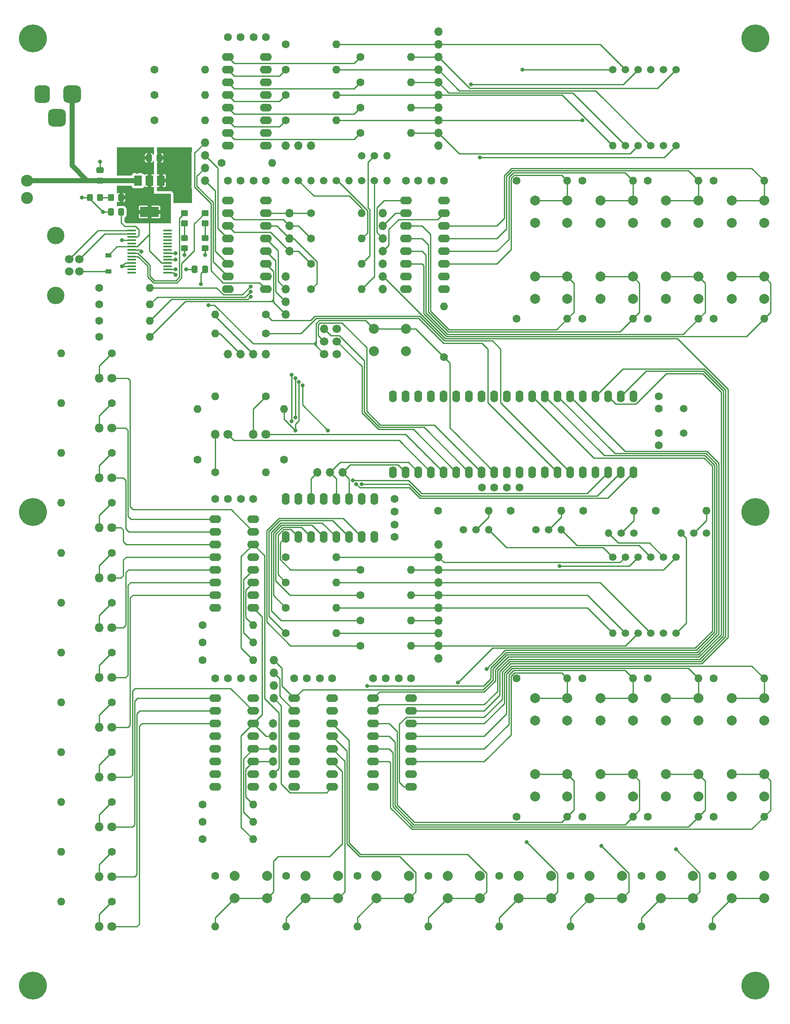
<source format=gtl>
G04 #@! TF.GenerationSoftware,KiCad,Pcbnew,(6.0.9)*
G04 #@! TF.CreationDate,2022-12-03T09:36:37+01:00*
G04 #@! TF.ProjectId,magic_counter,6d616769-635f-4636-9f75-6e7465722e6b,rev?*
G04 #@! TF.SameCoordinates,Original*
G04 #@! TF.FileFunction,Copper,L1,Top*
G04 #@! TF.FilePolarity,Positive*
%FSLAX46Y46*%
G04 Gerber Fmt 4.6, Leading zero omitted, Abs format (unit mm)*
G04 Created by KiCad (PCBNEW (6.0.9)) date 2022-12-03 09:36:37*
%MOMM*%
%LPD*%
G01*
G04 APERTURE LIST*
G04 Aperture macros list*
%AMRoundRect*
0 Rectangle with rounded corners*
0 $1 Rounding radius*
0 $2 $3 $4 $5 $6 $7 $8 $9 X,Y pos of 4 corners*
0 Add a 4 corners polygon primitive as box body*
4,1,4,$2,$3,$4,$5,$6,$7,$8,$9,$2,$3,0*
0 Add four circle primitives for the rounded corners*
1,1,$1+$1,$2,$3*
1,1,$1+$1,$4,$5*
1,1,$1+$1,$6,$7*
1,1,$1+$1,$8,$9*
0 Add four rect primitives between the rounded corners*
20,1,$1+$1,$2,$3,$4,$5,0*
20,1,$1+$1,$4,$5,$6,$7,0*
20,1,$1+$1,$6,$7,$8,$9,0*
20,1,$1+$1,$8,$9,$2,$3,0*%
G04 Aperture macros list end*
G04 #@! TA.AperFunction,ComponentPad*
%ADD10C,1.600000*%
G04 #@! TD*
G04 #@! TA.AperFunction,ComponentPad*
%ADD11O,1.600000X1.600000*%
G04 #@! TD*
G04 #@! TA.AperFunction,ComponentPad*
%ADD12C,2.000000*%
G04 #@! TD*
G04 #@! TA.AperFunction,ComponentPad*
%ADD13O,1.800000X1.800000*%
G04 #@! TD*
G04 #@! TA.AperFunction,ComponentPad*
%ADD14C,1.800000*%
G04 #@! TD*
G04 #@! TA.AperFunction,ComponentPad*
%ADD15O,1.700000X1.700000*%
G04 #@! TD*
G04 #@! TA.AperFunction,ComponentPad*
%ADD16C,5.600000*%
G04 #@! TD*
G04 #@! TA.AperFunction,ComponentPad*
%ADD17C,1.500000*%
G04 #@! TD*
G04 #@! TA.AperFunction,SMDPad,CuDef*
%ADD18RoundRect,0.250000X-0.337500X-0.475000X0.337500X-0.475000X0.337500X0.475000X-0.337500X0.475000X0*%
G04 #@! TD*
G04 #@! TA.AperFunction,ComponentPad*
%ADD19O,1.500000X1.500000*%
G04 #@! TD*
G04 #@! TA.AperFunction,SMDPad,CuDef*
%ADD20R,1.200000X0.900000*%
G04 #@! TD*
G04 #@! TA.AperFunction,SMDPad,CuDef*
%ADD21RoundRect,0.250000X0.475000X-0.337500X0.475000X0.337500X-0.475000X0.337500X-0.475000X-0.337500X0*%
G04 #@! TD*
G04 #@! TA.AperFunction,ComponentPad*
%ADD22RoundRect,0.875000X-0.875000X-0.875000X0.875000X-0.875000X0.875000X0.875000X-0.875000X0.875000X0*%
G04 #@! TD*
G04 #@! TA.AperFunction,ComponentPad*
%ADD23RoundRect,0.750000X-0.750000X-1.000000X0.750000X-1.000000X0.750000X1.000000X-0.750000X1.000000X0*%
G04 #@! TD*
G04 #@! TA.AperFunction,ComponentPad*
%ADD24C,1.700000*%
G04 #@! TD*
G04 #@! TA.AperFunction,ComponentPad*
%ADD25C,3.500000*%
G04 #@! TD*
G04 #@! TA.AperFunction,SMDPad,CuDef*
%ADD26R,1.500000X2.000000*%
G04 #@! TD*
G04 #@! TA.AperFunction,SMDPad,CuDef*
%ADD27R,3.800000X2.000000*%
G04 #@! TD*
G04 #@! TA.AperFunction,ComponentPad*
%ADD28O,1.600000X2.400000*%
G04 #@! TD*
G04 #@! TA.AperFunction,ComponentPad*
%ADD29O,2.400000X1.600000*%
G04 #@! TD*
G04 #@! TA.AperFunction,ComponentPad*
%ADD30O,2.400000X2.400000*%
G04 #@! TD*
G04 #@! TA.AperFunction,ComponentPad*
%ADD31C,2.400000*%
G04 #@! TD*
G04 #@! TA.AperFunction,SMDPad,CuDef*
%ADD32RoundRect,0.250000X0.350000X0.450000X-0.350000X0.450000X-0.350000X-0.450000X0.350000X-0.450000X0*%
G04 #@! TD*
G04 #@! TA.AperFunction,SMDPad,CuDef*
%ADD33RoundRect,0.250000X0.450000X-0.350000X0.450000X0.350000X-0.450000X0.350000X-0.450000X-0.350000X0*%
G04 #@! TD*
G04 #@! TA.AperFunction,SMDPad,CuDef*
%ADD34R,1.750000X0.450000*%
G04 #@! TD*
G04 #@! TA.AperFunction,SMDPad,CuDef*
%ADD35RoundRect,0.250000X-0.450000X0.325000X-0.450000X-0.325000X0.450000X-0.325000X0.450000X0.325000X0*%
G04 #@! TD*
G04 #@! TA.AperFunction,SMDPad,CuDef*
%ADD36RoundRect,0.250000X0.337500X0.475000X-0.337500X0.475000X-0.337500X-0.475000X0.337500X-0.475000X0*%
G04 #@! TD*
G04 #@! TA.AperFunction,SMDPad,CuDef*
%ADD37RoundRect,0.250000X-0.325000X-0.450000X0.325000X-0.450000X0.325000X0.450000X-0.325000X0.450000X0*%
G04 #@! TD*
G04 #@! TA.AperFunction,ViaPad*
%ADD38C,0.800000*%
G04 #@! TD*
G04 #@! TA.AperFunction,Conductor*
%ADD39C,0.250000*%
G04 #@! TD*
G04 #@! TA.AperFunction,Conductor*
%ADD40C,0.500000*%
G04 #@! TD*
G04 #@! TA.AperFunction,Conductor*
%ADD41C,1.000000*%
G04 #@! TD*
G04 APERTURE END LIST*
D10*
X103660000Y-43740000D03*
D11*
X113820000Y-43740000D03*
D10*
X88660000Y-138954000D03*
D11*
X98820000Y-138954000D03*
D10*
X62275000Y-41200000D03*
D11*
X72435000Y-41200000D03*
D10*
X93740000Y-69980000D03*
D11*
X103900000Y-69980000D03*
D10*
X53790000Y-153010000D03*
D11*
X43630000Y-153010000D03*
D10*
X119210000Y-124551500D03*
D11*
X129370000Y-124551500D03*
D12*
X99124664Y-202350000D03*
X92624664Y-202350000D03*
X99124664Y-197850000D03*
X92624664Y-197850000D03*
X151803334Y-177434000D03*
X158303334Y-177434000D03*
X151803334Y-181934000D03*
X158303334Y-181934000D03*
X184623334Y-177434000D03*
X178123334Y-177434000D03*
X184623334Y-181934000D03*
X178123334Y-181934000D03*
D10*
X174463334Y-58360000D03*
D11*
X184623334Y-58360000D03*
D13*
X51250000Y-148010000D03*
D14*
X53790000Y-148010000D03*
D15*
X86235000Y-154574000D03*
X86235000Y-157114000D03*
X86235000Y-159654000D03*
X86235000Y-162194000D03*
D12*
X184623334Y-202350000D03*
X178123334Y-202350000D03*
X184623334Y-197850000D03*
X178123334Y-197850000D03*
D10*
X71960000Y-147534000D03*
D11*
X82120000Y-147534000D03*
D12*
X171463334Y-162194000D03*
X164963334Y-162194000D03*
X171463334Y-166694000D03*
X164963334Y-166694000D03*
D10*
X79540000Y-29580000D03*
X77040000Y-29580000D03*
X71960000Y-154534000D03*
D11*
X82120000Y-154534000D03*
D10*
X148343332Y-124551500D03*
D11*
X158503332Y-124551500D03*
D16*
X37892700Y-29848300D03*
D10*
X79620000Y-158194000D03*
X82120000Y-158194000D03*
X110440000Y-127374000D03*
X110440000Y-129874000D03*
D17*
X168505000Y-104116500D03*
X168505000Y-108996500D03*
D16*
X37892900Y-124848250D03*
D12*
X127624216Y-202350000D03*
X121124216Y-202350000D03*
X127624216Y-197850000D03*
X121124216Y-197850000D03*
D10*
X103660000Y-48820000D03*
D11*
X113820000Y-48820000D03*
D12*
X171463334Y-62360000D03*
X164963334Y-62360000D03*
X164963334Y-66860000D03*
X171463334Y-66860000D03*
D10*
X93740000Y-80140000D03*
D11*
X103900000Y-80140000D03*
D18*
X70360000Y-76170000D03*
X72435000Y-76170000D03*
D10*
X88660000Y-144034000D03*
D11*
X98820000Y-144034000D03*
D12*
X151803334Y-62360000D03*
X158303334Y-62360000D03*
X151803334Y-66860000D03*
X158303334Y-66860000D03*
D10*
X120415000Y-93740000D03*
D11*
X120415000Y-83580000D03*
D10*
X133776666Y-124551500D03*
D11*
X143936666Y-124551500D03*
D15*
X119300000Y-131334000D03*
X119300000Y-133874000D03*
X119300000Y-136414000D03*
X119300000Y-138954000D03*
X119300000Y-141494000D03*
X119300000Y-144034000D03*
X119300000Y-146574000D03*
X119300000Y-149114000D03*
X119300000Y-151654000D03*
X119300000Y-154194000D03*
D19*
X143936666Y-128366500D03*
D17*
X141396666Y-128366500D03*
X138856666Y-128366500D03*
D10*
X62275000Y-46280000D03*
D11*
X72435000Y-46280000D03*
D10*
X53790000Y-93010000D03*
D11*
X43630000Y-93010000D03*
D12*
X145143334Y-162194000D03*
X138643334Y-162194000D03*
X138643334Y-166694000D03*
X145143334Y-166694000D03*
D15*
X119250000Y-28500000D03*
X119250000Y-31040000D03*
X119250000Y-33580000D03*
X119250000Y-36120000D03*
X119250000Y-38660000D03*
X119250000Y-41200000D03*
X119250000Y-43740000D03*
X119250000Y-46280000D03*
X119250000Y-48820000D03*
X119250000Y-51360000D03*
D10*
X111320000Y-158194000D03*
X113820000Y-158194000D03*
X84660000Y-101616500D03*
D11*
X74500000Y-101616500D03*
D10*
X79620000Y-122254000D03*
X82120000Y-122254000D03*
X51250000Y-79882000D03*
D11*
X61410000Y-79882000D03*
D10*
X148143334Y-185934000D03*
D11*
X158303334Y-185934000D03*
D10*
X88260000Y-114316500D03*
D11*
X88260000Y-104156500D03*
D10*
X133025000Y-119966500D03*
X135525000Y-119966500D03*
X88749776Y-197850000D03*
D11*
X88749776Y-208010000D03*
D10*
X53790000Y-163010000D03*
D11*
X43630000Y-163010000D03*
D10*
X53790000Y-133010000D03*
D11*
X43630000Y-133010000D03*
D16*
X182892700Y-219848300D03*
D10*
X77000000Y-158194000D03*
X74500000Y-158194000D03*
X161303334Y-86100000D03*
D11*
X171463334Y-86100000D03*
D10*
X131499104Y-197850000D03*
D11*
X131499104Y-208010000D03*
D10*
X93740000Y-75060000D03*
D11*
X103900000Y-75060000D03*
D10*
X53790000Y-183010000D03*
D11*
X43630000Y-183010000D03*
D10*
X51250000Y-86446000D03*
D11*
X61410000Y-86446000D03*
D10*
X53790000Y-123010000D03*
D11*
X43630000Y-123010000D03*
D20*
X53066250Y-73320000D03*
X53066250Y-76620000D03*
D21*
X51370000Y-58360000D03*
X51370000Y-56285000D03*
D10*
X163505000Y-108996500D03*
X163505000Y-111496500D03*
D22*
X45770000Y-41052500D03*
D23*
X39770000Y-41052500D03*
D22*
X42770000Y-45752500D03*
D10*
X148143334Y-58360000D03*
D11*
X158303334Y-58360000D03*
D12*
X158303334Y-162194000D03*
X151803334Y-162194000D03*
X158303334Y-166694000D03*
X151803334Y-166694000D03*
D24*
X47217500Y-76620000D03*
X47217500Y-74120000D03*
X45217500Y-74120000D03*
X45217500Y-76620000D03*
D25*
X42507500Y-69350000D03*
X42507500Y-81390000D03*
D10*
X88660000Y-41200000D03*
D11*
X98820000Y-41200000D03*
D13*
X82120000Y-109236500D03*
D14*
X84660000Y-109236500D03*
D12*
X163873544Y-202350000D03*
X170373544Y-202350000D03*
X170373544Y-197850000D03*
X163873544Y-197850000D03*
D10*
X108700000Y-158194000D03*
X106200000Y-158194000D03*
D26*
X63610000Y-58360000D03*
D27*
X61310000Y-64660000D03*
D26*
X61310000Y-58360000D03*
X59010000Y-58360000D03*
D13*
X51250000Y-158010000D03*
D14*
X53790000Y-158010000D03*
D10*
X53790000Y-173010000D03*
D11*
X43630000Y-173010000D03*
D10*
X53790000Y-103010000D03*
D11*
X43630000Y-103010000D03*
D13*
X51250000Y-188010000D03*
D14*
X53790000Y-188010000D03*
D10*
X161303334Y-58360000D03*
D11*
X171463334Y-58360000D03*
D12*
X184623334Y-62360000D03*
X178123334Y-62360000D03*
X184623334Y-66860000D03*
X178123334Y-66860000D03*
D28*
X110165000Y-116856500D03*
X112705000Y-116856500D03*
X115245000Y-116856500D03*
X117785000Y-116856500D03*
X120325000Y-116856500D03*
X122865000Y-116856500D03*
X125405000Y-116856500D03*
X127945000Y-116856500D03*
X130485000Y-116856500D03*
X133025000Y-116856500D03*
X135565000Y-116856500D03*
X138105000Y-116856500D03*
X140645000Y-116856500D03*
X143185000Y-116856500D03*
X145725000Y-116856500D03*
X148265000Y-116856500D03*
X150805000Y-116856500D03*
X153345000Y-116856500D03*
X155885000Y-116856500D03*
X158425000Y-116856500D03*
X158425000Y-101616500D03*
X155885000Y-101616500D03*
X153345000Y-101616500D03*
X150805000Y-101616500D03*
X148265000Y-101616500D03*
X145725000Y-101616500D03*
X143185000Y-101616500D03*
X140645000Y-101616500D03*
X138105000Y-101616500D03*
X135565000Y-101616500D03*
X133025000Y-101616500D03*
X130485000Y-101616500D03*
X127945000Y-101616500D03*
X125405000Y-101616500D03*
X122865000Y-101616500D03*
X120325000Y-101616500D03*
X117785000Y-101616500D03*
X115245000Y-101616500D03*
X112705000Y-101616500D03*
X110165000Y-101616500D03*
D12*
X84874888Y-202350000D03*
X78374888Y-202350000D03*
X84874888Y-197850000D03*
X78374888Y-197850000D03*
D19*
X154250000Y-149114000D03*
D17*
X156790000Y-149114000D03*
X159330000Y-149114000D03*
X161870000Y-149114000D03*
X164410000Y-149114000D03*
X166950000Y-149114000D03*
X166950000Y-133874000D03*
X164410000Y-133874000D03*
X161870000Y-133874000D03*
X159330000Y-133874000D03*
X156790000Y-133874000D03*
X154250000Y-133874000D03*
D29*
X74500000Y-126254000D03*
X74500000Y-128794000D03*
X74500000Y-131334000D03*
X74500000Y-133874000D03*
X74500000Y-136414000D03*
X74500000Y-138954000D03*
X74500000Y-141494000D03*
X74500000Y-144034000D03*
X82120000Y-144034000D03*
X82120000Y-141494000D03*
X82120000Y-138954000D03*
X82120000Y-136414000D03*
X82120000Y-133874000D03*
X82120000Y-131334000D03*
X82120000Y-128794000D03*
X82120000Y-126254000D03*
D30*
X36710000Y-58360000D03*
D31*
X36710000Y-61860000D03*
D10*
X148143334Y-86100000D03*
D11*
X158303334Y-86100000D03*
D10*
X71960000Y-190474000D03*
D11*
X82120000Y-190474000D03*
D10*
X77000000Y-122254000D03*
X74500000Y-122254000D03*
X88660000Y-46280000D03*
D11*
X98820000Y-46280000D03*
D10*
X130485000Y-119966500D03*
X127985000Y-119966500D03*
D13*
X51250000Y-108010000D03*
D14*
X53790000Y-108010000D03*
D10*
X74500000Y-116856500D03*
D11*
X84660000Y-116856500D03*
D10*
X102999552Y-197850000D03*
D11*
X102999552Y-208010000D03*
D12*
X171463334Y-77600000D03*
X164963334Y-77600000D03*
X164963334Y-82100000D03*
X171463334Y-82100000D03*
D10*
X53790000Y-193010000D03*
D11*
X43630000Y-193010000D03*
D10*
X103660000Y-136414000D03*
D11*
X113820000Y-136414000D03*
D15*
X100090000Y-116856500D03*
X97550000Y-116856500D03*
X95010000Y-116856500D03*
D32*
X55625000Y-61740000D03*
X53625000Y-61740000D03*
D10*
X117863500Y-58360000D03*
X120363500Y-58360000D03*
D15*
X88660000Y-51360000D03*
X91200000Y-51360000D03*
X93740000Y-51360000D03*
D10*
X53790000Y-203010000D03*
D11*
X43630000Y-203010000D03*
D29*
X74500000Y-162194000D03*
X74500000Y-164734000D03*
X74500000Y-167274000D03*
X74500000Y-169814000D03*
X74500000Y-172354000D03*
X74500000Y-174894000D03*
X74500000Y-177434000D03*
X74500000Y-179974000D03*
X82120000Y-179974000D03*
X82120000Y-177434000D03*
X82120000Y-174894000D03*
X82120000Y-172354000D03*
X82120000Y-169814000D03*
X82120000Y-167274000D03*
X82120000Y-164734000D03*
X82120000Y-162194000D03*
X112795000Y-62360000D03*
X112795000Y-64900000D03*
X112795000Y-67440000D03*
X112795000Y-69980000D03*
X112795000Y-72520000D03*
X112795000Y-75060000D03*
X112795000Y-77600000D03*
X112795000Y-80140000D03*
X120415000Y-80140000D03*
X120415000Y-77600000D03*
X120415000Y-75060000D03*
X120415000Y-72520000D03*
X120415000Y-69980000D03*
X120415000Y-67440000D03*
X120415000Y-64900000D03*
X120415000Y-62360000D03*
D33*
X68330000Y-66900000D03*
X68330000Y-64900000D03*
D10*
X88660000Y-133874000D03*
D11*
X98820000Y-133874000D03*
D12*
X138643334Y-62360000D03*
X145143334Y-62360000D03*
X145143334Y-66860000D03*
X138643334Y-66860000D03*
D29*
X90350000Y-162194000D03*
X90350000Y-164734000D03*
X90350000Y-167274000D03*
X90350000Y-169814000D03*
X90350000Y-172354000D03*
X90350000Y-174894000D03*
X90350000Y-177434000D03*
X90350000Y-179974000D03*
X97970000Y-179974000D03*
X97970000Y-177434000D03*
X97970000Y-174894000D03*
X97970000Y-172354000D03*
X97970000Y-169814000D03*
X97970000Y-167274000D03*
X97970000Y-164734000D03*
X97970000Y-162194000D03*
D28*
X88660000Y-129874000D03*
X91200000Y-129874000D03*
X93740000Y-129874000D03*
X96280000Y-129874000D03*
X98820000Y-129874000D03*
X101360000Y-129874000D03*
X103900000Y-129874000D03*
X106440000Y-129874000D03*
X106440000Y-122254000D03*
X103900000Y-122254000D03*
X101360000Y-122254000D03*
X98820000Y-122254000D03*
X96280000Y-122254000D03*
X93740000Y-122254000D03*
X91200000Y-122254000D03*
X88660000Y-122254000D03*
D16*
X182892900Y-29848200D03*
D10*
X134983334Y-58360000D03*
D11*
X145143334Y-58360000D03*
D13*
X51250000Y-118010000D03*
D14*
X53790000Y-118010000D03*
D29*
X77040000Y-33580000D03*
X77040000Y-36120000D03*
X77040000Y-38660000D03*
X77040000Y-41200000D03*
X77040000Y-43740000D03*
X77040000Y-46280000D03*
X77040000Y-48820000D03*
X77040000Y-51360000D03*
X84660000Y-51360000D03*
X84660000Y-48820000D03*
X84660000Y-46280000D03*
X84660000Y-43740000D03*
X84660000Y-41200000D03*
X84660000Y-38660000D03*
X84660000Y-36120000D03*
X84660000Y-33580000D03*
D10*
X93740000Y-64900000D03*
D11*
X103900000Y-64900000D03*
D10*
X103660000Y-38660000D03*
D11*
X113820000Y-38660000D03*
D15*
X72435000Y-50740000D03*
X72435000Y-53280000D03*
X72435000Y-55820000D03*
X72435000Y-58360000D03*
D12*
X156123768Y-202350000D03*
X149623768Y-202350000D03*
X156123768Y-197850000D03*
X149623768Y-197850000D03*
D10*
X134983334Y-158194000D03*
D11*
X145143334Y-158194000D03*
D19*
X153423332Y-129086500D03*
D17*
X155963332Y-129086500D03*
X158503332Y-129086500D03*
D10*
X79540000Y-58360000D03*
X77040000Y-58360000D03*
X53790000Y-113010000D03*
D11*
X43630000Y-113010000D03*
D19*
X93740000Y-58360000D03*
D17*
X91200000Y-58360000D03*
X88660000Y-58360000D03*
D12*
X138643334Y-77600000D03*
X145143334Y-77600000D03*
X145143334Y-82100000D03*
X138643334Y-82100000D03*
D13*
X74500000Y-109236500D03*
D14*
X77040000Y-109236500D03*
D15*
X77040000Y-93140000D03*
X79580000Y-93140000D03*
X82120000Y-93140000D03*
X84660000Y-93140000D03*
D34*
X64910000Y-76825000D03*
X64910000Y-76175000D03*
X64910000Y-75525000D03*
X64910000Y-74875000D03*
X64910000Y-74225000D03*
X64910000Y-73575000D03*
X64910000Y-72925000D03*
X64910000Y-72275000D03*
X64910000Y-71625000D03*
X64910000Y-70975000D03*
X64910000Y-70325000D03*
X64910000Y-69675000D03*
X64910000Y-69025000D03*
X64910000Y-68375000D03*
X57710000Y-68375000D03*
X57710000Y-69025000D03*
X57710000Y-69675000D03*
X57710000Y-70325000D03*
X57710000Y-70975000D03*
X57710000Y-71625000D03*
X57710000Y-72275000D03*
X57710000Y-72925000D03*
X57710000Y-73575000D03*
X57710000Y-74225000D03*
X57710000Y-74875000D03*
X57710000Y-75525000D03*
X57710000Y-76175000D03*
X57710000Y-76825000D03*
D10*
X51250000Y-89728000D03*
D11*
X61410000Y-89728000D03*
D10*
X82160000Y-58360000D03*
X84660000Y-58360000D03*
D12*
X138643334Y-177434000D03*
X145143334Y-177434000D03*
X138643334Y-181934000D03*
X145143334Y-181934000D03*
D16*
X182892700Y-124848250D03*
D13*
X51250000Y-128010000D03*
D14*
X53790000Y-128010000D03*
D12*
X151803334Y-77600000D03*
X158303334Y-77600000D03*
X151803334Y-82100000D03*
X158303334Y-82100000D03*
D35*
X72435000Y-69900000D03*
X72435000Y-71950000D03*
D10*
X84660000Y-89030000D03*
D11*
X74500000Y-89030000D03*
D10*
X62275000Y-36120000D03*
D11*
X72435000Y-36120000D03*
D10*
X82160000Y-29580000D03*
X84660000Y-29580000D03*
X162910000Y-124551500D03*
D11*
X173070000Y-124551500D03*
D10*
X71960000Y-186974000D03*
D11*
X82120000Y-186974000D03*
D10*
X71960000Y-151034000D03*
D11*
X82120000Y-151034000D03*
D10*
X161303334Y-158194000D03*
D11*
X171463334Y-158194000D03*
D10*
X145748880Y-197850000D03*
D11*
X145748880Y-208010000D03*
D19*
X101360000Y-58360000D03*
D17*
X98820000Y-58360000D03*
X96280000Y-58360000D03*
D10*
X92850000Y-158194000D03*
X90350000Y-158194000D03*
X103660000Y-141494000D03*
D11*
X113820000Y-141494000D03*
D10*
X174463334Y-86100000D03*
D11*
X184623334Y-86100000D03*
D15*
X108147500Y-80140000D03*
X108147500Y-77600000D03*
X108147500Y-75060000D03*
X108147500Y-72520000D03*
X108147500Y-69980000D03*
X108147500Y-67440000D03*
X108147500Y-64900000D03*
D13*
X51250000Y-198010000D03*
D14*
X53790000Y-198010000D03*
D10*
X174463334Y-185934000D03*
D11*
X184623334Y-185934000D03*
D10*
X70900000Y-114316500D03*
D11*
X70900000Y-104156500D03*
D29*
X77040000Y-62360000D03*
X77040000Y-64900000D03*
X77040000Y-67440000D03*
X77040000Y-69980000D03*
X77040000Y-72520000D03*
X77040000Y-75060000D03*
X77040000Y-77600000D03*
X77040000Y-80140000D03*
X84660000Y-80140000D03*
X84660000Y-77600000D03*
X84660000Y-75060000D03*
X84660000Y-72520000D03*
X84660000Y-69980000D03*
X84660000Y-67440000D03*
X84660000Y-64900000D03*
X84660000Y-62360000D03*
D10*
X53790000Y-143010000D03*
D11*
X43630000Y-143010000D03*
D10*
X103660000Y-33580000D03*
D11*
X113820000Y-33580000D03*
D10*
X161303334Y-185934000D03*
D11*
X171463334Y-185934000D03*
D19*
X108980000Y-58360000D03*
D17*
X106440000Y-58360000D03*
X103900000Y-58360000D03*
D15*
X88660000Y-85220000D03*
X88660000Y-82680000D03*
X88660000Y-80140000D03*
X88660000Y-77600000D03*
D10*
X134983334Y-86100000D03*
D11*
X145143334Y-86100000D03*
D10*
X88660000Y-36120000D03*
D11*
X98820000Y-36120000D03*
D10*
X115243500Y-58360000D03*
X112743500Y-58360000D03*
X159998656Y-197850000D03*
D11*
X159998656Y-208010000D03*
D13*
X51250000Y-208010000D03*
D14*
X53790000Y-208010000D03*
D10*
X117249328Y-197850000D03*
D11*
X117249328Y-208010000D03*
D16*
X37892900Y-219848200D03*
D10*
X88660000Y-31040000D03*
D11*
X98820000Y-31040000D03*
D10*
X84660000Y-85220000D03*
D11*
X74500000Y-85220000D03*
D12*
X184623334Y-77600000D03*
X178123334Y-77600000D03*
X178123334Y-82100000D03*
X184623334Y-82100000D03*
D18*
X61212500Y-53800000D03*
X63287500Y-53800000D03*
D12*
X135373992Y-202350000D03*
X141873992Y-202350000D03*
X135373992Y-197850000D03*
X141873992Y-197850000D03*
D29*
X106200000Y-162194000D03*
X106200000Y-164734000D03*
X106200000Y-167274000D03*
X106200000Y-169814000D03*
X106200000Y-172354000D03*
X106200000Y-174894000D03*
X106200000Y-177434000D03*
X106200000Y-179974000D03*
X113820000Y-179974000D03*
X113820000Y-177434000D03*
X113820000Y-174894000D03*
X113820000Y-172354000D03*
X113820000Y-169814000D03*
X113820000Y-167274000D03*
X113820000Y-164734000D03*
X113820000Y-162194000D03*
D15*
X86100000Y-167274000D03*
X86100000Y-169814000D03*
X86100000Y-172354000D03*
X86100000Y-174894000D03*
X86100000Y-177434000D03*
X86100000Y-179974000D03*
D13*
X51250000Y-168010000D03*
D14*
X53790000Y-168010000D03*
D10*
X95470000Y-158194000D03*
X97970000Y-158194000D03*
D12*
X178123334Y-162194000D03*
X184623334Y-162194000D03*
X178123334Y-166694000D03*
X184623334Y-166694000D03*
D10*
X88660000Y-149114000D03*
D11*
X98820000Y-149114000D03*
D33*
X72435000Y-66900000D03*
X72435000Y-64900000D03*
D35*
X68330000Y-69900000D03*
X68330000Y-71950000D03*
D19*
X129370000Y-128366500D03*
D17*
X126830000Y-128366500D03*
X124290000Y-128366500D03*
D10*
X103660000Y-151654000D03*
D11*
X113820000Y-151654000D03*
D12*
X171463334Y-177434000D03*
X164963334Y-177434000D03*
X164963334Y-181934000D03*
X171463334Y-181934000D03*
D15*
X96370000Y-88060000D03*
D24*
X98910000Y-88060000D03*
X96370000Y-90600000D03*
X98910000Y-90600000D03*
X96370000Y-93140000D03*
X98910000Y-93140000D03*
D19*
X154250000Y-51360000D03*
D17*
X156790000Y-51360000D03*
X159330000Y-51360000D03*
X161870000Y-51360000D03*
X164410000Y-51360000D03*
X166950000Y-51360000D03*
X166950000Y-36120000D03*
X164410000Y-36120000D03*
X161870000Y-36120000D03*
X159330000Y-36120000D03*
X156790000Y-36120000D03*
X154250000Y-36120000D03*
D36*
X55625000Y-64660000D03*
X53550000Y-64660000D03*
D19*
X167990000Y-129086500D03*
D17*
X170530000Y-129086500D03*
X173070000Y-129086500D03*
D37*
X49320000Y-61740000D03*
X51370000Y-61740000D03*
D10*
X103660000Y-146574000D03*
D11*
X113820000Y-146574000D03*
D10*
X51250000Y-83164000D03*
D11*
X61410000Y-83164000D03*
D15*
X89400000Y-64900000D03*
X89400000Y-67440000D03*
X89400000Y-69980000D03*
X89400000Y-72520000D03*
D12*
X106295000Y-92560000D03*
X112795000Y-92560000D03*
X106295000Y-88060000D03*
X112795000Y-88060000D03*
D13*
X51250000Y-138010000D03*
D14*
X53790000Y-138010000D03*
D10*
X174463334Y-158194000D03*
D11*
X184623334Y-158194000D03*
D10*
X110440000Y-124754000D03*
X110440000Y-122254000D03*
D19*
X108980000Y-53360000D03*
D17*
X106440000Y-53360000D03*
X103900000Y-53360000D03*
D10*
X134983334Y-185934000D03*
D11*
X145143334Y-185934000D03*
D10*
X71960000Y-183474000D03*
D11*
X82120000Y-183474000D03*
D10*
X75785000Y-54845000D03*
D11*
X85945000Y-54845000D03*
D12*
X106874440Y-202350000D03*
X113374440Y-202350000D03*
X106874440Y-197850000D03*
X113374440Y-197850000D03*
D13*
X51250000Y-98010000D03*
D14*
X53790000Y-98010000D03*
D10*
X148143334Y-158194000D03*
D11*
X158303334Y-158194000D03*
D10*
X74500000Y-197850000D03*
D11*
X74500000Y-208010000D03*
D13*
X51250000Y-178010000D03*
D14*
X53790000Y-178010000D03*
D10*
X163505000Y-104116500D03*
X163505000Y-101616500D03*
X174248432Y-197850000D03*
D11*
X174248432Y-208010000D03*
D38*
X73180000Y-83339500D03*
X71586250Y-79157500D03*
X66580500Y-77270000D03*
X60577200Y-66410000D03*
X68330000Y-73270000D03*
X62028133Y-66410000D03*
X56513333Y-53430000D03*
X58880000Y-54460000D03*
X72435000Y-73270000D03*
X57696666Y-54460000D03*
X57690000Y-55540000D03*
X58310000Y-64660000D03*
X61240000Y-55540000D03*
X60056666Y-55540000D03*
X55330000Y-54460000D03*
X57690000Y-56570000D03*
X57696666Y-53430000D03*
X55330000Y-53430000D03*
X58880000Y-53430000D03*
X58873333Y-55540000D03*
X59126267Y-66410000D03*
X61240000Y-56570000D03*
X63479066Y-66410000D03*
X56513333Y-54460000D03*
X60056666Y-56570000D03*
X64310000Y-64660000D03*
X58873333Y-56570000D03*
X57675334Y-66410000D03*
X64930000Y-66410000D03*
X66922500Y-57603333D03*
X63227500Y-55540000D03*
X68770000Y-57603333D03*
X47710000Y-61740000D03*
X59692300Y-72587700D03*
X66922500Y-61730000D03*
X68770000Y-61730000D03*
X51980000Y-64660000D03*
X51370000Y-54530000D03*
X68770000Y-55540000D03*
X65075000Y-55540000D03*
X55800000Y-75520000D03*
X66922500Y-55540000D03*
X68770000Y-59666666D03*
X66580500Y-72925000D03*
X66922500Y-59666666D03*
X55800000Y-70330000D03*
X66580500Y-74225000D03*
X92006394Y-99470000D03*
X97117893Y-108484107D03*
X81574499Y-80621799D03*
X81574499Y-79594499D03*
X81595449Y-81625449D03*
X90556394Y-105883606D03*
X90556394Y-98022208D03*
X91281894Y-98748106D03*
X90556394Y-108512000D03*
X89831894Y-106644932D03*
X89831894Y-97298106D03*
X143600000Y-135674500D03*
X127590000Y-53720943D03*
X136151701Y-36120000D03*
X148142701Y-46277299D03*
X125805049Y-39110451D03*
X102084500Y-118500000D03*
X103850000Y-119224500D03*
X102800000Y-119224500D03*
X136974325Y-191076500D03*
X151950000Y-191801000D03*
X166922877Y-192525500D03*
X104950501Y-159739499D03*
X128924201Y-156344201D03*
X123173501Y-159014999D03*
X66580500Y-76175000D03*
X68640000Y-76170000D03*
D39*
X74500000Y-109236500D02*
X74500000Y-116856500D01*
X77040000Y-109236500D02*
X78265000Y-110461500D01*
X111390000Y-110461500D02*
X117785000Y-116856500D01*
X78265000Y-110461500D02*
X111390000Y-110461500D01*
X116378500Y-107830000D02*
X125405000Y-116856500D01*
X107446396Y-107830000D02*
X116378500Y-107830000D01*
X104410000Y-94438299D02*
X104410000Y-104793604D01*
X97735000Y-89425000D02*
X99396701Y-89425000D01*
X99396701Y-89425000D02*
X104410000Y-94438299D01*
X96370000Y-88060000D02*
X97735000Y-89425000D01*
X104410000Y-104793604D02*
X107446396Y-107830000D01*
X95195000Y-87221827D02*
X95531827Y-86885000D01*
X104860000Y-91820000D02*
X104860000Y-104607208D01*
X118468500Y-107380000D02*
X127945000Y-116856500D01*
X95195000Y-89425000D02*
X95195000Y-87221827D01*
X107632792Y-107380000D02*
X118468500Y-107380000D01*
X104860000Y-104607208D02*
X107632792Y-107380000D01*
X99925000Y-86885000D02*
X104860000Y-91820000D01*
X96370000Y-90600000D02*
X95195000Y-89425000D01*
X95531827Y-86885000D02*
X99925000Y-86885000D01*
X98910000Y-90600000D02*
X103960000Y-95650000D01*
X114288500Y-108280000D02*
X122865000Y-116856500D01*
X103960000Y-104980000D02*
X107260000Y-108280000D01*
X107260000Y-108280000D02*
X114288500Y-108280000D01*
X103960000Y-95650000D02*
X103960000Y-104980000D01*
X96370000Y-93140000D02*
X94289999Y-91059999D01*
X121594999Y-107966499D02*
X122564250Y-108935750D01*
X82090000Y-91059999D02*
X94289999Y-91059999D01*
X114735000Y-88060000D02*
X120415000Y-93740000D01*
X72435000Y-76170000D02*
X71586250Y-77018750D01*
X94733557Y-90576443D02*
X94733557Y-90616441D01*
X94733557Y-87046874D02*
X95345431Y-86435000D01*
X106295000Y-88060000D02*
X112795000Y-88060000D01*
X71586250Y-77018750D02*
X71586250Y-79157500D01*
X121594999Y-94919999D02*
X121594999Y-107966499D01*
X96370000Y-93140000D02*
X94733557Y-91503557D01*
X130485000Y-116856500D02*
X122564250Y-108935750D01*
X104670000Y-86435000D02*
X106295000Y-88060000D01*
X73180000Y-83339500D02*
X74369501Y-83339500D01*
X94733557Y-91503557D02*
X94733557Y-90576443D01*
X95345431Y-86435000D02*
X104670000Y-86435000D01*
X94733557Y-90576443D02*
X94733557Y-87046874D01*
X74369501Y-83339500D02*
X82090000Y-91059999D01*
X112795000Y-88060000D02*
X114735000Y-88060000D01*
X94733557Y-90616441D02*
X94289999Y-91059999D01*
X120415000Y-93740000D02*
X121594999Y-94919999D01*
X77676000Y-124350000D02*
X82120000Y-128794000D01*
X56980000Y-98010000D02*
X57430000Y-98460000D01*
X57430000Y-98460000D02*
X57430000Y-123779000D01*
X53790000Y-98010000D02*
X56980000Y-98010000D01*
X58001000Y-124350000D02*
X77676000Y-124350000D01*
X57430000Y-123779000D02*
X58001000Y-124350000D01*
X53790000Y-108010000D02*
X56530000Y-108010000D01*
X57551000Y-126254000D02*
X74500000Y-126254000D01*
X56530000Y-108010000D02*
X56980000Y-108460000D01*
X56980000Y-108460000D02*
X56980000Y-125683000D01*
X56980000Y-125683000D02*
X57551000Y-126254000D01*
X75470000Y-89030000D02*
X79580000Y-93140000D01*
X74500000Y-89030000D02*
X75470000Y-89030000D01*
X64910000Y-76825000D02*
X66135500Y-76825000D01*
X66135500Y-76825000D02*
X66580500Y-77270000D01*
X61310000Y-72400000D02*
X61310000Y-69125000D01*
X61310000Y-64660000D02*
X61310000Y-69125000D01*
D40*
X61310000Y-58360000D02*
X61310000Y-64660000D01*
D39*
X63785000Y-74875000D02*
X61310000Y-72400000D01*
X57710000Y-71625000D02*
X54761250Y-71625000D01*
X58810000Y-71625000D02*
X57710000Y-71625000D01*
X72435000Y-71950000D02*
X72435000Y-73270000D01*
X68330000Y-71950000D02*
X68330000Y-73270000D01*
X54761250Y-71625000D02*
X53066250Y-73320000D01*
X64910000Y-74875000D02*
X63785000Y-74875000D01*
X61310000Y-69125000D02*
X58810000Y-71625000D01*
X59379600Y-72275000D02*
X59692300Y-72587700D01*
X49320000Y-62000000D02*
X51980000Y-64660000D01*
X53550000Y-64660000D02*
X51980000Y-64660000D01*
X57710000Y-74875000D02*
X56445000Y-74875000D01*
X49320000Y-61740000D02*
X49320000Y-62000000D01*
X57705000Y-75520000D02*
X57710000Y-75525000D01*
X57710000Y-70325000D02*
X55805000Y-70325000D01*
X57710000Y-72275000D02*
X59379600Y-72275000D01*
X49320000Y-61740000D02*
X47710000Y-61740000D01*
X56445000Y-74875000D02*
X55800000Y-75520000D01*
X51370000Y-56285000D02*
X51370000Y-54530000D01*
X55800000Y-75520000D02*
X57705000Y-75520000D01*
X64910000Y-72925000D02*
X66580500Y-72925000D01*
X56530000Y-128223000D02*
X57101000Y-128794000D01*
X56080000Y-118010000D02*
X56530000Y-118460000D01*
X57101000Y-128794000D02*
X74500000Y-128794000D01*
X53790000Y-118010000D02*
X56080000Y-118010000D01*
X56530000Y-118460000D02*
X56530000Y-128223000D01*
X64910000Y-74225000D02*
X66580500Y-74225000D01*
X82120000Y-93140000D02*
X74500000Y-85520000D01*
X74500000Y-85520000D02*
X74500000Y-85220000D01*
X172431896Y-96555500D02*
X160946000Y-96555500D01*
X176445000Y-100568604D02*
X172431896Y-96555500D01*
X131150000Y-160784500D02*
X131150000Y-156617967D01*
X110687500Y-64900000D02*
X108147500Y-67440000D01*
X112795000Y-64900000D02*
X110687500Y-64900000D01*
X171736584Y-154354000D02*
X176445000Y-149645584D01*
X128470501Y-163463999D02*
X131150000Y-160784500D01*
X160946000Y-96555500D02*
X155885000Y-101616500D01*
X107470001Y-163463999D02*
X128470501Y-163463999D01*
X133413967Y-154354000D02*
X171736584Y-154354000D01*
X176445000Y-149645584D02*
X176445000Y-100568604D01*
X106200000Y-164734000D02*
X107470001Y-163463999D01*
X131150000Y-156617967D02*
X133413967Y-154354000D01*
X154870000Y-103141500D02*
X153345000Y-101616500D01*
X175995000Y-100755000D02*
X172290000Y-97050000D01*
X175995000Y-149459188D02*
X175995000Y-100755000D01*
X130700000Y-158684500D02*
X130700000Y-156431571D01*
X128470501Y-160913999D02*
X130700000Y-158684500D01*
X164982490Y-97050000D02*
X158890990Y-103141500D01*
X108360000Y-62360000D02*
X106890000Y-63830000D01*
X106890000Y-68722500D02*
X108147500Y-69980000D01*
X133976000Y-153904000D02*
X171550188Y-153904000D01*
X171550188Y-153904000D02*
X175995000Y-149459188D01*
X128470501Y-160913999D02*
X107480001Y-160913999D01*
X107480001Y-160913999D02*
X106200000Y-162194000D01*
X106890000Y-63830000D02*
X106890000Y-68722500D01*
X130700000Y-156431571D02*
X133227571Y-153904000D01*
X158890990Y-103141500D02*
X154870000Y-103141500D01*
X172290000Y-97050000D02*
X164982490Y-97050000D01*
X112795000Y-62360000D02*
X108360000Y-62360000D01*
X133227571Y-153904000D02*
X133976000Y-153904000D01*
X131600000Y-161604501D02*
X131600000Y-156804363D01*
X128470501Y-164734000D02*
X131600000Y-161604501D01*
X108147500Y-72520000D02*
X109322500Y-71345000D01*
X113820000Y-164734000D02*
X128470501Y-164734000D01*
X131600000Y-156804363D02*
X133600363Y-154804000D01*
X176895000Y-100382208D02*
X172618292Y-96105500D01*
X111300000Y-66169999D02*
X119145001Y-66169999D01*
X172618292Y-96105500D02*
X158824500Y-96105500D01*
X171922980Y-154804000D02*
X176895000Y-149831980D01*
X176895000Y-149831980D02*
X176895000Y-100382208D01*
X119145001Y-66169999D02*
X120415000Y-64900000D01*
X150805000Y-101616500D02*
X156316000Y-96105500D01*
X156316000Y-96105500D02*
X158824500Y-96105500D01*
X109322500Y-68147499D02*
X111300000Y-66169999D01*
X109322500Y-71345000D02*
X109322500Y-68147499D01*
X133600363Y-154804000D02*
X171922980Y-154804000D01*
X92006394Y-103372608D02*
X97117893Y-108484107D01*
X92006394Y-99470000D02*
X92006394Y-103372608D01*
X119300000Y-151654000D02*
X156790000Y-151654000D01*
X113820000Y-151654000D02*
X119300000Y-151654000D01*
X156790000Y-151654000D02*
X159330000Y-149114000D01*
X84515000Y-82615000D02*
X85775000Y-82615000D01*
X86055000Y-82615000D02*
X88660000Y-85220000D01*
X85775000Y-82615000D02*
X86185000Y-82205000D01*
X86185000Y-76585000D02*
X86185000Y-82205000D01*
X61410000Y-89728000D02*
X68523000Y-82615000D01*
X86185000Y-82205000D02*
X86185000Y-82745000D01*
X68523000Y-82615000D02*
X84515000Y-82615000D01*
X84515000Y-82615000D02*
X86055000Y-82615000D01*
X84660000Y-75060000D02*
X86185000Y-76585000D01*
X86185000Y-82745000D02*
X88660000Y-85220000D01*
X62859000Y-81715000D02*
X80481298Y-81715000D01*
X84660000Y-72520000D02*
X86635000Y-74495000D01*
X86635000Y-80655000D02*
X88660000Y-82680000D01*
X86635000Y-74495000D02*
X86635000Y-80655000D01*
X80481298Y-81715000D02*
X81574499Y-80621799D01*
X61410000Y-83164000D02*
X62859000Y-81715000D01*
X88660000Y-80140000D02*
X87085000Y-78565000D01*
X87085000Y-72405000D02*
X84660000Y-69980000D01*
X81574499Y-79594499D02*
X79903998Y-81265000D01*
X79903998Y-81265000D02*
X76174010Y-81265000D01*
X87085000Y-78565000D02*
X87085000Y-72405000D01*
X74791010Y-79882000D02*
X61410000Y-79882000D01*
X76174010Y-81265000D02*
X74791010Y-79882000D01*
X61410000Y-86446000D02*
X65691000Y-82165000D01*
X65691000Y-82165000D02*
X81055898Y-82165000D01*
X81055898Y-82165000D02*
X81595449Y-81625449D01*
X74970000Y-67910000D02*
X77040000Y-69980000D01*
X74970000Y-55815000D02*
X74970000Y-67910000D01*
X72435000Y-53280000D02*
X74970000Y-55815000D01*
X77040000Y-75060000D02*
X74520000Y-72540000D01*
X74520000Y-60445000D02*
X72435000Y-58360000D01*
X74520000Y-72540000D02*
X74520000Y-60445000D01*
X74070000Y-62730000D02*
X74070000Y-74630000D01*
X70798557Y-57456443D02*
X70798557Y-59458557D01*
X70798557Y-59458557D02*
X74070000Y-62730000D01*
X72435000Y-55820000D02*
X70798557Y-57456443D01*
X74070000Y-74630000D02*
X77040000Y-77600000D01*
X76061397Y-78869999D02*
X83160001Y-78869999D01*
X70348557Y-59644953D02*
X73620000Y-62916396D01*
X84660000Y-80140000D02*
X83389999Y-78869999D01*
X73620000Y-76428602D02*
X76061397Y-78869999D01*
X70348557Y-52826443D02*
X70348557Y-59644953D01*
X72435000Y-50740000D02*
X70348557Y-52826443D01*
X83389999Y-78869999D02*
X83160001Y-78869999D01*
X73620000Y-62916396D02*
X73620000Y-76428602D01*
X78309999Y-68709999D02*
X77040000Y-67440000D01*
X84939999Y-68709999D02*
X78309999Y-68709999D01*
X91200000Y-72520000D02*
X93740000Y-75060000D01*
X85589999Y-68709999D02*
X84939999Y-68709999D01*
X89400000Y-72520000D02*
X85589999Y-68709999D01*
X89400000Y-72520000D02*
X91200000Y-72520000D01*
X94865000Y-79015000D02*
X94865000Y-74594009D01*
X89400000Y-69980000D02*
X90250991Y-69980000D01*
X93740000Y-80140000D02*
X94865000Y-79015000D01*
X86860000Y-67440000D02*
X89400000Y-69980000D01*
X84660000Y-67440000D02*
X86860000Y-67440000D01*
X90250991Y-69980000D02*
X94865000Y-74594009D01*
X89400000Y-67440000D02*
X91200000Y-67440000D01*
X88129999Y-66169999D02*
X89400000Y-67440000D01*
X77040000Y-64900000D02*
X78309999Y-66169999D01*
X78309999Y-66169999D02*
X88129999Y-66169999D01*
X91200000Y-67440000D02*
X93740000Y-69980000D01*
X84660000Y-64900000D02*
X93740000Y-64900000D01*
X101615000Y-115331500D02*
X111180000Y-115331500D01*
X101360000Y-122254000D02*
X101360000Y-118126500D01*
X111180000Y-115331500D02*
X112705000Y-116856500D01*
X100090000Y-116856500D02*
X101615000Y-115331500D01*
X101360000Y-118126500D02*
X100090000Y-116856500D01*
X90556394Y-98022208D02*
X90556394Y-105883606D01*
X90556394Y-108512000D02*
X90556394Y-107235500D01*
X91281894Y-98748106D02*
X91281894Y-106510000D01*
X90556394Y-107235500D02*
X91281894Y-106510000D01*
X88260000Y-106215606D02*
X88260000Y-104156500D01*
X99525000Y-114881500D02*
X113270000Y-114881500D01*
X98820000Y-122254000D02*
X98820000Y-118126500D01*
X97550000Y-116856500D02*
X99525000Y-114881500D01*
X113270000Y-114881500D02*
X115245000Y-116856500D01*
X98820000Y-118126500D02*
X97550000Y-116856500D01*
X90556394Y-108512000D02*
X88260000Y-106215606D01*
X89831894Y-97298106D02*
X89831894Y-106644932D01*
X93740000Y-122254000D02*
X93740000Y-118126500D01*
X93740000Y-118126500D02*
X95010000Y-116856500D01*
X119300000Y-149114000D02*
X98820000Y-149114000D01*
X159330000Y-133874000D02*
X157529500Y-135674500D01*
X113820000Y-146574000D02*
X119300000Y-146574000D01*
X157529500Y-135674500D02*
X143600000Y-135674500D01*
X119300000Y-144034000D02*
X149170000Y-144034000D01*
X149170000Y-144034000D02*
X154250000Y-149114000D01*
X119300000Y-144034000D02*
X98820000Y-144034000D01*
X119300000Y-141494000D02*
X149170000Y-141494000D01*
X149170000Y-141494000D02*
X156790000Y-149114000D01*
X113820000Y-141494000D02*
X119300000Y-141494000D01*
X151710000Y-138954000D02*
X161870000Y-149114000D01*
X119300000Y-138954000D02*
X151710000Y-138954000D01*
X119300000Y-138954000D02*
X98820000Y-138954000D01*
X113820000Y-136414000D02*
X119300000Y-136414000D01*
X119300000Y-136414000D02*
X164410000Y-136414000D01*
X164410000Y-136414000D02*
X166950000Y-133874000D01*
X155714000Y-134950000D02*
X120376000Y-134950000D01*
X156790000Y-133874000D02*
X155714000Y-134950000D01*
X120376000Y-134950000D02*
X119300000Y-133874000D01*
X98820000Y-133874000D02*
X119300000Y-133874000D01*
X127590000Y-53720943D02*
X164589057Y-53720943D01*
X164589057Y-53720943D02*
X166950000Y-51360000D01*
X103900000Y-64900000D02*
X103900000Y-63866396D01*
X94268198Y-61428198D02*
X91200000Y-58360000D01*
X101461802Y-61428198D02*
X94268198Y-61428198D01*
X103900000Y-63866396D02*
X101461802Y-61428198D01*
X167204188Y-90055000D02*
X177345000Y-100195812D01*
X108220812Y-77600000D02*
X120675812Y-90055000D01*
X108147500Y-77600000D02*
X108220812Y-77600000D01*
X112826001Y-166003999D02*
X128470501Y-166003999D01*
X132050000Y-156990759D02*
X133786759Y-155254000D01*
X111450000Y-179054000D02*
X111450000Y-167380000D01*
X128470501Y-166003999D02*
X132050000Y-162424500D01*
X112370000Y-179974000D02*
X111450000Y-179054000D01*
X177345000Y-150018376D02*
X172109376Y-155254000D01*
X172109376Y-155254000D02*
X135134000Y-155254000D01*
X120675812Y-90055000D02*
X167204188Y-90055000D01*
X177345000Y-100195812D02*
X177345000Y-150018376D01*
X133786759Y-155254000D02*
X135134000Y-155254000D01*
X111450000Y-167380000D02*
X112826001Y-166003999D01*
X113820000Y-179974000D02*
X112370000Y-179974000D01*
X132050000Y-162424500D02*
X132050000Y-156990759D01*
X105025000Y-64355000D02*
X99030000Y-58360000D01*
X103900000Y-69980000D02*
X105025000Y-68855000D01*
X105025000Y-68855000D02*
X105025000Y-64355000D01*
X99030000Y-58360000D02*
X98820000Y-58360000D01*
X106440000Y-77600000D02*
X103900000Y-80140000D01*
X106440000Y-58360000D02*
X106440000Y-77600000D01*
X136151701Y-36120000D02*
X154250000Y-36120000D01*
X105169999Y-54630001D02*
X106440000Y-53360000D01*
X105475000Y-64145002D02*
X105169999Y-63840001D01*
X105169999Y-63840001D02*
X105169999Y-54630001D01*
X103900000Y-75060000D02*
X105475000Y-73485000D01*
X105475000Y-73485000D02*
X105475000Y-64145002D01*
X169000000Y-147064000D02*
X169000000Y-130096500D01*
X166950000Y-149114000D02*
X169000000Y-147064000D01*
X169000000Y-130096500D02*
X167990000Y-129086500D01*
X170530000Y-129086500D02*
X173070000Y-126546500D01*
X173070000Y-126546500D02*
X173070000Y-124551500D01*
X153423332Y-129086500D02*
X155386832Y-131050000D01*
X155386832Y-131050000D02*
X161586000Y-131050000D01*
X161586000Y-131050000D02*
X164410000Y-133874000D01*
X155963332Y-129086500D02*
X158503332Y-126546500D01*
X158503332Y-126546500D02*
X158503332Y-124551500D01*
X147070166Y-131500000D02*
X143936666Y-128366500D01*
X161870000Y-133874000D02*
X159496000Y-131500000D01*
X159496000Y-131500000D02*
X147070166Y-131500000D01*
X143936666Y-125826500D02*
X143936666Y-124551500D01*
X141396666Y-128366500D02*
X143936666Y-125826500D01*
X154250000Y-133874000D02*
X152326000Y-131950000D01*
X132953500Y-131950000D02*
X129370000Y-128366500D01*
X152326000Y-131950000D02*
X132953500Y-131950000D01*
X129370000Y-125826500D02*
X129370000Y-124551500D01*
X126830000Y-128366500D02*
X129370000Y-125826500D01*
X120489416Y-90505000D02*
X115519416Y-85535000D01*
X85835000Y-86395000D02*
X84660000Y-85220000D01*
X94515000Y-85535000D02*
X93655000Y-86395000D01*
X115519416Y-85535000D02*
X94515000Y-85535000D01*
X130089999Y-90505000D02*
X120489416Y-90505000D01*
X145725000Y-116856500D02*
X131754999Y-102886499D01*
X93655000Y-86395000D02*
X85835000Y-86395000D01*
X131754999Y-92170000D02*
X130089999Y-90505000D01*
X131754999Y-102886499D02*
X131754999Y-92170000D01*
X115333020Y-85985000D02*
X120303020Y-90955000D01*
X129214999Y-102886499D02*
X129214999Y-92170000D01*
X91656396Y-89030000D02*
X94701396Y-85985000D01*
X84660000Y-89030000D02*
X91656396Y-89030000D01*
X127999999Y-90955000D02*
X120303020Y-90955000D01*
X143185000Y-116856500D02*
X129214999Y-102886499D01*
X129214999Y-92170000D02*
X127999999Y-90955000D01*
X94701396Y-85985000D02*
X115333020Y-85985000D01*
X78309999Y-34849999D02*
X77040000Y-33580000D01*
X102139999Y-34849999D02*
X78309999Y-34849999D01*
X102390001Y-34849999D02*
X103660000Y-33580000D01*
X102139999Y-34849999D02*
X102390001Y-34849999D01*
X87390001Y-37389999D02*
X83220001Y-37389999D01*
X78309999Y-37389999D02*
X78849999Y-37389999D01*
X83220001Y-37389999D02*
X78849999Y-37389999D01*
X77040000Y-36120000D02*
X78309999Y-37389999D01*
X88660000Y-36120000D02*
X87390001Y-37389999D01*
X77040000Y-38660000D02*
X78309999Y-39929999D01*
X102390001Y-39929999D02*
X103660000Y-38660000D01*
X78309999Y-39929999D02*
X102390001Y-39929999D01*
X87390001Y-42469999D02*
X78309999Y-42469999D01*
X88660000Y-41200000D02*
X87390001Y-42469999D01*
X78309999Y-42469999D02*
X77040000Y-41200000D01*
X78309999Y-45009999D02*
X77040000Y-43740000D01*
X102390001Y-45009999D02*
X78309999Y-45009999D01*
X103660000Y-43740000D02*
X102390001Y-45009999D01*
X78309999Y-47549999D02*
X87390001Y-47549999D01*
X87390001Y-47549999D02*
X88660000Y-46280000D01*
X77040000Y-46280000D02*
X78309999Y-47549999D01*
X79030001Y-50089999D02*
X102390001Y-50089999D01*
X79030001Y-50089999D02*
X78309999Y-50089999D01*
X78309999Y-50089999D02*
X77040000Y-48820000D01*
X102390001Y-50089999D02*
X103660000Y-48820000D01*
X87535000Y-134339991D02*
X87535000Y-130999000D01*
X87535000Y-130999000D02*
X88660000Y-129874000D01*
X89609009Y-136414000D02*
X87535000Y-134339991D01*
X103660000Y-136414000D02*
X89609009Y-136414000D01*
X89675000Y-128349000D02*
X91200000Y-129874000D01*
X87085000Y-137379000D02*
X87085000Y-129458010D01*
X88660000Y-138954000D02*
X87085000Y-137379000D01*
X87085000Y-129458010D02*
X88194010Y-128349000D01*
X88194010Y-128349000D02*
X89675000Y-128349000D01*
X86635000Y-138635000D02*
X86635000Y-129271614D01*
X89494000Y-141494000D02*
X86635000Y-138635000D01*
X103660000Y-141494000D02*
X89494000Y-141494000D01*
X88007614Y-127899000D02*
X91765000Y-127899000D01*
X86635000Y-129271614D02*
X88007614Y-127899000D01*
X91765000Y-127899000D02*
X93740000Y-129874000D01*
X93855000Y-127449000D02*
X87821218Y-127449000D01*
X87821218Y-127449000D02*
X86185000Y-129085218D01*
X86185000Y-129085218D02*
X86185000Y-141559000D01*
X96280000Y-129874000D02*
X93855000Y-127449000D01*
X86185000Y-141559000D02*
X88660000Y-144034000D01*
X85735000Y-128898822D02*
X87634822Y-126999000D01*
X87674000Y-146574000D02*
X85735000Y-144635000D01*
X87634822Y-126999000D02*
X95945000Y-126999000D01*
X85735000Y-144635000D02*
X85735000Y-128898822D01*
X103660000Y-146574000D02*
X87674000Y-146574000D01*
X95945000Y-126999000D02*
X98820000Y-129874000D01*
X98035000Y-126549000D02*
X101360000Y-129874000D01*
X85285000Y-145739000D02*
X85285000Y-128712426D01*
X87448426Y-126549000D02*
X98035000Y-126549000D01*
X88660000Y-149114000D02*
X85285000Y-145739000D01*
X85285000Y-128712426D02*
X87448426Y-126549000D01*
X84835000Y-146879991D02*
X89609009Y-151654000D01*
X87262030Y-126099000D02*
X84835000Y-128526030D01*
X89609009Y-151654000D02*
X103660000Y-151654000D01*
X84835000Y-128526030D02*
X84835000Y-146879991D01*
X103900000Y-129874000D02*
X100125000Y-126099000D01*
X100125000Y-126099000D02*
X87262030Y-126099000D01*
X138643334Y-62360000D02*
X145143334Y-62360000D01*
X144018334Y-57235000D02*
X143265000Y-57235000D01*
X145143334Y-58360000D02*
X144018334Y-57235000D01*
X133850000Y-57902343D02*
X134517343Y-57235000D01*
X120415000Y-75060000D02*
X131000000Y-75060000D01*
X131000000Y-75060000D02*
X133850000Y-72210000D01*
X134517343Y-57235000D02*
X143265000Y-57235000D01*
X133850000Y-72210000D02*
X133850000Y-57902343D01*
X145143334Y-58360000D02*
X145143334Y-62360000D01*
X131000000Y-72520000D02*
X133400000Y-70120000D01*
X158303334Y-58360000D02*
X156728334Y-56785000D01*
X151803334Y-62360000D02*
X158303334Y-62360000D01*
X158303334Y-62360000D02*
X158303334Y-58360000D01*
X156728334Y-56785000D02*
X134330947Y-56785000D01*
X134330947Y-56785000D02*
X133400000Y-57715947D01*
X133400000Y-57715947D02*
X133400000Y-70120000D01*
X120415000Y-72520000D02*
X131000000Y-72520000D01*
X171463334Y-62360000D02*
X164963334Y-62360000D01*
X132950000Y-57529551D02*
X134144551Y-56335000D01*
X120415000Y-69980000D02*
X131000000Y-69980000D01*
X131000000Y-69980000D02*
X132950000Y-68030000D01*
X169438334Y-56335000D02*
X171463334Y-58360000D01*
X171463334Y-58360000D02*
X171463334Y-62360000D01*
X132950000Y-68030000D02*
X132950000Y-57529551D01*
X134144551Y-56335000D02*
X169438334Y-56335000D01*
X132500000Y-57343155D02*
X133958155Y-55885000D01*
X182148334Y-55885000D02*
X184623334Y-58360000D01*
X132500000Y-65940000D02*
X132500000Y-57343155D01*
X120415000Y-67440000D02*
X131000000Y-67440000D01*
X178123334Y-62360000D02*
X184623334Y-62360000D01*
X131000000Y-67440000D02*
X132500000Y-65940000D01*
X184623334Y-62360000D02*
X184623334Y-58360000D01*
X133958155Y-55885000D02*
X182148334Y-55885000D01*
X142988334Y-88255000D02*
X145143334Y-86100000D01*
X117680000Y-69120000D02*
X117680000Y-84513604D01*
X146468334Y-78925000D02*
X146468334Y-84775000D01*
X121421396Y-88255000D02*
X142988334Y-88255000D01*
X117680000Y-84513604D02*
X121421396Y-88255000D01*
X138643334Y-77600000D02*
X145143334Y-77600000D01*
X112795000Y-67440000D02*
X116000000Y-67440000D01*
X145143334Y-77600000D02*
X146468334Y-78925000D01*
X146468334Y-84775000D02*
X145143334Y-86100000D01*
X116000000Y-67440000D02*
X117680000Y-69120000D01*
X117230000Y-71210000D02*
X116000000Y-69980000D01*
X158303334Y-86100000D02*
X155698334Y-88705000D01*
X121235000Y-88705000D02*
X117230000Y-84700000D01*
X159628334Y-78925000D02*
X158303334Y-77600000D01*
X116000000Y-69980000D02*
X112795000Y-69980000D01*
X159628334Y-84775000D02*
X159628334Y-78925000D01*
X158303334Y-77600000D02*
X151803334Y-77600000D01*
X117230000Y-84700000D02*
X117230000Y-71210000D01*
X158303334Y-86100000D02*
X159628334Y-84775000D01*
X155698334Y-88705000D02*
X121235000Y-88705000D01*
X168408334Y-89155000D02*
X171463334Y-86100000D01*
X116780000Y-73300000D02*
X116780000Y-84886396D01*
X116780000Y-84886396D02*
X121048604Y-89155000D01*
X171463334Y-77600000D02*
X164963334Y-77600000D01*
X172788334Y-84775000D02*
X172788334Y-78925000D01*
X172788334Y-78925000D02*
X171463334Y-77600000D01*
X171463334Y-86100000D02*
X172788334Y-84775000D01*
X121048604Y-89155000D02*
X168408334Y-89155000D01*
X116000000Y-72520000D02*
X116780000Y-73300000D01*
X112795000Y-72520000D02*
X116000000Y-72520000D01*
X184623334Y-86100000D02*
X181118334Y-89605000D01*
X116330000Y-85072792D02*
X116330000Y-75390000D01*
X184623334Y-77600000D02*
X185948334Y-78925000D01*
X178123334Y-77600000D02*
X184623334Y-77600000D01*
X116000000Y-75060000D02*
X112795000Y-75060000D01*
X185948334Y-84775000D02*
X184623334Y-86100000D01*
X116330000Y-75390000D02*
X116000000Y-75060000D01*
X185948334Y-78925000D02*
X185948334Y-84775000D01*
X181118334Y-89605000D02*
X120862208Y-89605000D01*
X120862208Y-89605000D02*
X116330000Y-85072792D01*
X128470501Y-174894000D02*
X113820000Y-174894000D01*
X134517343Y-157069000D02*
X133850000Y-157736343D01*
X145143334Y-158194000D02*
X144018334Y-157069000D01*
X133850000Y-169514501D02*
X128470501Y-174894000D01*
X144018334Y-157069000D02*
X134517343Y-157069000D01*
X138670000Y-162194000D02*
X145170000Y-162194000D01*
X145143334Y-162194000D02*
X145143334Y-158194000D01*
X133850000Y-157736343D02*
X133850000Y-169514501D01*
X158303334Y-162194000D02*
X158303334Y-158194000D01*
X158303334Y-158194000D02*
X156728334Y-156619000D01*
X151803334Y-162194000D02*
X158303334Y-162194000D01*
X133400000Y-167424501D02*
X133400000Y-157549947D01*
X156728334Y-156619000D02*
X134330947Y-156619000D01*
X134330947Y-156619000D02*
X133400000Y-157549947D01*
X128470501Y-172354000D02*
X133400000Y-167424501D01*
X113820000Y-172354000D02*
X128470501Y-172354000D01*
X128470501Y-169814000D02*
X113820000Y-169814000D01*
X134144551Y-156169000D02*
X169438334Y-156169000D01*
X132950000Y-165334501D02*
X128470501Y-169814000D01*
X132950000Y-157363551D02*
X134144551Y-156169000D01*
X169438334Y-156169000D02*
X171463334Y-158194000D01*
X164963334Y-162194000D02*
X171463334Y-162194000D01*
X132950000Y-157363551D02*
X132950000Y-165334501D01*
X171463334Y-162194000D02*
X171463334Y-158194000D01*
X184623334Y-158194000D02*
X184623334Y-162194000D01*
X113820000Y-167274000D02*
X128470501Y-167274000D01*
X128470501Y-167274000D02*
X132500000Y-163244501D01*
X184623334Y-162194000D02*
X178123334Y-162194000D01*
X182148334Y-155719000D02*
X184623334Y-158194000D01*
X132500000Y-157177155D02*
X133958155Y-155719000D01*
X133958155Y-155719000D02*
X182148334Y-155719000D01*
X132500000Y-163244501D02*
X132500000Y-157177155D01*
X111000000Y-168900000D02*
X111000000Y-183600000D01*
X146468334Y-184609000D02*
X146468334Y-178759000D01*
X111000000Y-183600000D02*
X114459000Y-187059000D01*
X145143334Y-185934000D02*
X146468334Y-184609000D01*
X109374000Y-167274000D02*
X111000000Y-168900000D01*
X106200000Y-167274000D02*
X109374000Y-167274000D01*
X144018334Y-187059000D02*
X145143334Y-185934000D01*
X146468334Y-178759000D02*
X145143334Y-177434000D01*
X145143334Y-177434000D02*
X138643334Y-177434000D01*
X114459000Y-187059000D02*
X144018334Y-187059000D01*
X110550000Y-170990000D02*
X110550000Y-183786396D01*
X114313604Y-187550000D02*
X156687334Y-187550000D01*
X109374000Y-169814000D02*
X110550000Y-170990000D01*
X106200000Y-169814000D02*
X109374000Y-169814000D01*
X159628334Y-178759000D02*
X158303334Y-177434000D01*
X151803334Y-177434000D02*
X158303334Y-177434000D01*
X159628334Y-184609000D02*
X159628334Y-178759000D01*
X158303334Y-185934000D02*
X159628334Y-184609000D01*
X110550000Y-183786396D02*
X114313604Y-187550000D01*
X156687334Y-187550000D02*
X158303334Y-185934000D01*
X171463334Y-177434000D02*
X164963334Y-177434000D01*
X171463334Y-185934000D02*
X172788334Y-184609000D01*
X110100000Y-173080000D02*
X110100000Y-183972792D01*
X110100000Y-183972792D02*
X114127208Y-188000000D01*
X172788334Y-184609000D02*
X172788334Y-178759000D01*
X172788334Y-178759000D02*
X171463334Y-177434000D01*
X106200000Y-172354000D02*
X109374000Y-172354000D01*
X169397334Y-188000000D02*
X171463334Y-185934000D01*
X109374000Y-172354000D02*
X110100000Y-173080000D01*
X114127208Y-188000000D02*
X169397334Y-188000000D01*
X184623334Y-177434000D02*
X178123334Y-177434000D01*
X109650000Y-175170000D02*
X109650000Y-184159188D01*
X185948334Y-184609000D02*
X185948334Y-178759000D01*
X109374000Y-174894000D02*
X109650000Y-175170000D01*
X109650000Y-184159188D02*
X113940812Y-188450000D01*
X185948334Y-178759000D02*
X184623334Y-177434000D01*
X184623334Y-185934000D02*
X185948334Y-184609000D01*
X106200000Y-174894000D02*
X109374000Y-174894000D01*
X182107334Y-188450000D02*
X184623334Y-185934000D01*
X113940812Y-188450000D02*
X182107334Y-188450000D01*
X157693557Y-52996443D02*
X123426443Y-52996443D01*
X119250000Y-48820000D02*
X113820000Y-48820000D01*
X123426443Y-52996443D02*
X119250000Y-48820000D01*
X159330000Y-51360000D02*
X157693557Y-52996443D01*
X119250000Y-46280000D02*
X148140000Y-46280000D01*
X148140000Y-46280000D02*
X148142701Y-46277299D01*
X119250000Y-46280000D02*
X98820000Y-46280000D01*
X156339549Y-39110451D02*
X159330000Y-36120000D01*
X119250000Y-43740000D02*
X113820000Y-43740000D01*
X125805049Y-39110451D02*
X156339549Y-39110451D01*
X119250000Y-41200000D02*
X98820000Y-41200000D01*
X119250000Y-41200000D02*
X144090000Y-41200000D01*
X144090000Y-41200000D02*
X154250000Y-51360000D01*
X119250000Y-38660000D02*
X113820000Y-38660000D01*
X156790000Y-51360000D02*
X146180000Y-40750000D01*
X121340000Y-40750000D02*
X119250000Y-38660000D01*
X146180000Y-40750000D02*
X121340000Y-40750000D01*
X119250000Y-36120000D02*
X98820000Y-36120000D01*
X123430000Y-40300000D02*
X150810000Y-40300000D01*
X119250000Y-36120000D02*
X123430000Y-40300000D01*
X150810000Y-40300000D02*
X161870000Y-51360000D01*
X119250000Y-33580000D02*
X125520000Y-39850000D01*
X163220000Y-39850000D02*
X166950000Y-36120000D01*
X119250000Y-33580000D02*
X113820000Y-33580000D01*
X125520000Y-39850000D02*
X163220000Y-39850000D01*
X56080000Y-128460000D02*
X55630000Y-128010000D01*
X53790000Y-128010000D02*
X55630000Y-128010000D01*
X56080000Y-130763000D02*
X56651000Y-131334000D01*
X56651000Y-131334000D02*
X74500000Y-131334000D01*
X56080000Y-128460000D02*
X56080000Y-130763000D01*
X56651000Y-133874000D02*
X74500000Y-133874000D01*
X56080000Y-137560000D02*
X56080000Y-134445000D01*
X53790000Y-138010000D02*
X55630000Y-138010000D01*
X56080000Y-134445000D02*
X56651000Y-133874000D01*
X55630000Y-138010000D02*
X56080000Y-137560000D01*
X56530000Y-136985000D02*
X57101000Y-136414000D01*
X53790000Y-148010000D02*
X56080000Y-148010000D01*
X57101000Y-136414000D02*
X74500000Y-136414000D01*
X56530000Y-147560000D02*
X56530000Y-136985000D01*
X56080000Y-148010000D02*
X56530000Y-147560000D01*
X57551000Y-138954000D02*
X74500000Y-138954000D01*
X56530000Y-158010000D02*
X56980000Y-157560000D01*
X56980000Y-157560000D02*
X56980000Y-139525000D01*
X56980000Y-139525000D02*
X57551000Y-138954000D01*
X53790000Y-158010000D02*
X56530000Y-158010000D01*
X151710000Y-31040000D02*
X156790000Y-36120000D01*
X119250000Y-31040000D02*
X151710000Y-31040000D01*
X98820000Y-31040000D02*
X119250000Y-31040000D01*
X56980000Y-168010000D02*
X57430000Y-167560000D01*
X53790000Y-168010000D02*
X56980000Y-168010000D01*
X57430000Y-167560000D02*
X57430000Y-142065000D01*
X57430000Y-142065000D02*
X58001000Y-141494000D01*
X58001000Y-141494000D02*
X74500000Y-141494000D01*
X77579999Y-160193999D02*
X82120000Y-164734000D01*
X57880000Y-160764999D02*
X58451000Y-160193999D01*
X58451000Y-160193999D02*
X77579999Y-160193999D01*
X57880000Y-177560000D02*
X57880000Y-160764999D01*
X57430000Y-178010000D02*
X57880000Y-177560000D01*
X53790000Y-178010000D02*
X57430000Y-178010000D01*
X53790000Y-188010000D02*
X57880000Y-188010000D01*
X58901000Y-162194000D02*
X74500000Y-162194000D01*
X58330000Y-187560000D02*
X58330000Y-162765000D01*
X58330000Y-162765000D02*
X58901000Y-162194000D01*
X57880000Y-188010000D02*
X58330000Y-187560000D01*
X58330000Y-198010000D02*
X58780000Y-197560000D01*
X58780000Y-165305000D02*
X59351000Y-164734000D01*
X59351000Y-164734000D02*
X74500000Y-164734000D01*
X53790000Y-198010000D02*
X58330000Y-198010000D01*
X58780000Y-197560000D02*
X58780000Y-165305000D01*
X58780000Y-208010000D02*
X59230000Y-207560000D01*
X59230000Y-167845000D02*
X59801000Y-167274000D01*
X53790000Y-208010000D02*
X58780000Y-208010000D01*
X59801000Y-167274000D02*
X74500000Y-167274000D01*
X59230000Y-207560000D02*
X59230000Y-167845000D01*
X51250000Y-98010000D02*
X51250000Y-95550000D01*
X51250000Y-95550000D02*
X53790000Y-93010000D01*
X82120000Y-131334000D02*
X79695000Y-133759000D01*
X79695000Y-152109000D02*
X82120000Y-154534000D01*
X153345000Y-116856500D02*
X149072500Y-121129000D01*
X113292000Y-118500000D02*
X102084500Y-118500000D01*
X86100000Y-177434000D02*
X87275000Y-176259000D01*
X84385000Y-162235000D02*
X87275000Y-165125000D01*
X79695000Y-133759000D02*
X79695000Y-152109000D01*
X115921000Y-121129000D02*
X113900000Y-119108000D01*
X149072500Y-121129000D02*
X115921000Y-121129000D01*
X84385000Y-133599000D02*
X82120000Y-131334000D01*
X87275000Y-176259000D02*
X87275000Y-165125000D01*
X84385000Y-162235000D02*
X84385000Y-133599000D01*
X113900000Y-119108000D02*
X113292000Y-118500000D01*
X51250000Y-105550000D02*
X53790000Y-103010000D01*
X51250000Y-108010000D02*
X51250000Y-105550000D01*
X82120000Y-174894000D02*
X86100000Y-174894000D01*
X80595000Y-181949000D02*
X80595000Y-176419000D01*
X113380104Y-119224500D02*
X106550000Y-119224500D01*
X82120000Y-147534000D02*
X80595000Y-146009000D01*
X80595000Y-146009000D02*
X80595000Y-140479000D01*
X151162500Y-121579000D02*
X155885000Y-116856500D01*
X106550000Y-119224500D02*
X103850000Y-119224500D01*
X80595000Y-176419000D02*
X82120000Y-174894000D01*
X115734604Y-121579000D02*
X151162500Y-121579000D01*
X82120000Y-183474000D02*
X80595000Y-181949000D01*
X113380104Y-119224500D02*
X115734604Y-121579000D01*
X80595000Y-140479000D02*
X82120000Y-138954000D01*
X51250000Y-118010000D02*
X51250000Y-115550000D01*
X51250000Y-115550000D02*
X53790000Y-113010000D01*
X113468208Y-119949000D02*
X103524500Y-119949000D01*
X80145000Y-174329000D02*
X82120000Y-172354000D01*
X158425000Y-116856500D02*
X153252500Y-122029000D01*
X153252500Y-122029000D02*
X115548208Y-122029000D01*
X115548208Y-122029000D02*
X113468208Y-119949000D01*
X80145000Y-138389000D02*
X82120000Y-136414000D01*
X80145000Y-149059000D02*
X80145000Y-138389000D01*
X103524500Y-119949000D02*
X102800000Y-119224500D01*
X82120000Y-172354000D02*
X86100000Y-172354000D01*
X82120000Y-151034000D02*
X80145000Y-149059000D01*
X80145000Y-184999000D02*
X80145000Y-174329000D01*
X82120000Y-186974000D02*
X80145000Y-184999000D01*
X51250000Y-125550000D02*
X53790000Y-123010000D01*
X51250000Y-128010000D02*
X51250000Y-125550000D01*
X51250000Y-138010000D02*
X51250000Y-135550000D01*
X51250000Y-135550000D02*
X53790000Y-133010000D01*
X51250000Y-148010000D02*
X51250000Y-145550000D01*
X51250000Y-145550000D02*
X53790000Y-143010000D01*
X51250000Y-158010000D02*
X51250000Y-155550000D01*
X51250000Y-155550000D02*
X53790000Y-153010000D01*
X51250000Y-168010000D02*
X51250000Y-165550000D01*
X51250000Y-165550000D02*
X53790000Y-163010000D01*
X51250000Y-178010000D02*
X51250000Y-175550000D01*
X51250000Y-175550000D02*
X53790000Y-173010000D01*
X51250000Y-185550000D02*
X53790000Y-183010000D01*
X51250000Y-188010000D02*
X51250000Y-185550000D01*
X51250000Y-195550000D02*
X53790000Y-193010000D01*
X51250000Y-198010000D02*
X51250000Y-195550000D01*
X82120000Y-144034000D02*
X83935000Y-145849000D01*
X84660000Y-169814000D02*
X86100000Y-169814000D01*
X82120000Y-167274000D02*
X84660000Y-169814000D01*
X79695000Y-169699000D02*
X82120000Y-167274000D01*
X83935000Y-145849000D02*
X83935000Y-165459000D01*
X83935000Y-165459000D02*
X82120000Y-167274000D01*
X82120000Y-190474000D02*
X79695000Y-188049000D01*
X79695000Y-188049000D02*
X79695000Y-169699000D01*
X51250000Y-208010000D02*
X51250000Y-205550000D01*
X51250000Y-205550000D02*
X53790000Y-203010000D01*
X87099888Y-193950000D02*
X97449664Y-193950000D01*
X78374888Y-202350000D02*
X84874888Y-202350000D01*
X99999664Y-191400000D02*
X99999664Y-176923664D01*
X74500000Y-208010000D02*
X74500000Y-206224888D01*
X74500000Y-206224888D02*
X78374888Y-202350000D01*
X86199888Y-201025000D02*
X86199888Y-194850000D01*
X86199888Y-194850000D02*
X87099888Y-193950000D01*
X97449664Y-193950000D02*
X99999664Y-191400000D01*
X99999664Y-176923664D02*
X97970000Y-174894000D01*
X84874888Y-202350000D02*
X86199888Y-201025000D01*
X88749776Y-208010000D02*
X88749776Y-206224888D01*
X97970000Y-172354000D02*
X100449664Y-174833664D01*
X100449664Y-201025000D02*
X99124664Y-202350000D01*
X100449664Y-174833664D02*
X100449664Y-201025000D01*
X88749776Y-206224888D02*
X92624664Y-202350000D01*
X92624664Y-202350000D02*
X99124664Y-202350000D01*
X114699440Y-197149440D02*
X114699440Y-201025000D01*
X102999552Y-206224888D02*
X106874440Y-202350000D01*
X100899664Y-191400000D02*
X103449664Y-193950000D01*
X111500000Y-193950000D02*
X114699440Y-197149440D01*
X97970000Y-169814000D02*
X100899664Y-172743664D01*
X106874440Y-202350000D02*
X113374440Y-202350000D01*
X114699440Y-201025000D02*
X113374440Y-202350000D01*
X102999552Y-208010000D02*
X102999552Y-206224888D01*
X100899664Y-172743664D02*
X100899664Y-191400000D01*
X103449664Y-193950000D02*
X111500000Y-193950000D01*
X117249328Y-208010000D02*
X117249328Y-206224888D01*
X128949216Y-197301167D02*
X128949216Y-201025000D01*
X101349664Y-191213604D02*
X103636060Y-193500000D01*
X103636060Y-193500000D02*
X125148049Y-193500000D01*
X121124216Y-202350000D02*
X127624216Y-202350000D01*
X128949216Y-201025000D02*
X127624216Y-202350000D01*
X125148049Y-193500000D02*
X128949216Y-197301167D01*
X117249328Y-206224888D02*
X121124216Y-202350000D01*
X97970000Y-167274000D02*
X101349664Y-170653664D01*
X101349664Y-170653664D02*
X101349664Y-191213604D01*
X135373992Y-202350000D02*
X141873992Y-202350000D01*
X141873992Y-202350000D02*
X143198992Y-201025000D01*
X131499104Y-206224888D02*
X135373992Y-202350000D01*
X131499104Y-208010000D02*
X131499104Y-206224888D01*
X142397825Y-196500000D02*
X136974325Y-191076500D01*
X143198992Y-197301167D02*
X142397825Y-196500000D01*
X143198992Y-201025000D02*
X143198992Y-197301167D01*
X151950000Y-191802399D02*
X151950000Y-191801000D01*
X145748880Y-206224888D02*
X149623768Y-202350000D01*
X157448768Y-197301167D02*
X155547601Y-195400000D01*
X145748880Y-208010000D02*
X145748880Y-206224888D01*
X156123768Y-202350000D02*
X157448768Y-201025000D01*
X157448768Y-201025000D02*
X157448768Y-197301167D01*
X149623768Y-202350000D02*
X156123768Y-202350000D01*
X155547601Y-195400000D02*
X151950000Y-191802399D01*
X163873544Y-202350000D02*
X170373544Y-202350000D01*
X159998656Y-206224888D02*
X163873544Y-202350000D01*
X171698544Y-197301167D02*
X166922877Y-192525500D01*
X171698544Y-201025000D02*
X171698544Y-197301167D01*
X170373544Y-202350000D02*
X171698544Y-201025000D01*
X159998656Y-208010000D02*
X159998656Y-206224888D01*
X184623334Y-202350000D02*
X178123334Y-202350000D01*
X174248432Y-206224902D02*
X178123334Y-202350000D01*
X174248432Y-208010000D02*
X174248432Y-206224902D01*
X175545000Y-115045000D02*
X173121500Y-112621500D01*
X156730000Y-112621500D02*
X145725000Y-101616500D01*
X90350000Y-162194000D02*
X87860000Y-159704000D01*
X130250000Y-156245175D02*
X133041175Y-153454000D01*
X87860000Y-156199000D02*
X86235000Y-154574000D01*
X90350000Y-162194000D02*
X92080001Y-160463999D01*
X133041175Y-153454000D02*
X171363792Y-153454000D01*
X175545000Y-149272792D02*
X175545000Y-115045000D01*
X92080001Y-160463999D02*
X128284105Y-160463999D01*
X173121500Y-112621500D02*
X156730000Y-112621500D01*
X128284105Y-160463999D02*
X130250000Y-158498104D01*
X171363792Y-153454000D02*
X175545000Y-149272792D01*
X87860000Y-159704000D02*
X87860000Y-156199000D01*
X130250000Y-158498104D02*
X130250000Y-156245175D01*
X175095000Y-115231396D02*
X172935104Y-113071500D01*
X129800000Y-158311708D02*
X129800000Y-156058779D01*
X104950501Y-159739499D02*
X128372209Y-159739499D01*
X128372209Y-159739499D02*
X129800000Y-158311708D01*
X90350000Y-164734000D02*
X87410000Y-161794000D01*
X172935104Y-113071500D02*
X154640000Y-113071500D01*
X154640000Y-113071500D02*
X143185000Y-101616500D01*
X87410000Y-158289000D02*
X86235000Y-157114000D01*
X175095000Y-149086396D02*
X175095000Y-115231396D01*
X132854779Y-153004000D02*
X171177396Y-153004000D01*
X129800000Y-156058779D02*
X132854779Y-153004000D01*
X171177396Y-153004000D02*
X175095000Y-149086396D01*
X87410000Y-161794000D02*
X87410000Y-158289000D01*
X133454000Y-152554000D02*
X132668383Y-152554000D01*
X174645000Y-115417792D02*
X174645000Y-148895812D01*
X132668383Y-152554000D02*
X128924201Y-156298182D01*
X128924201Y-156298182D02*
X128924201Y-156344201D01*
X172748708Y-113521500D02*
X174645000Y-115417792D01*
X140645000Y-101616500D02*
X152550000Y-113521500D01*
X152550000Y-113521500D02*
X172748708Y-113521500D01*
X170986812Y-152554000D02*
X133454000Y-152554000D01*
X174645000Y-148895812D02*
X170986812Y-152554000D01*
X123818500Y-158370000D02*
X123173501Y-159014999D01*
X170800416Y-152104000D02*
X174195000Y-148709416D01*
X86235000Y-162194000D02*
X87725000Y-163684000D01*
X125119500Y-157069000D02*
X130084500Y-152104000D01*
X87725000Y-163684000D02*
X87725000Y-179339990D01*
X130084500Y-152104000D02*
X170800416Y-152104000D01*
X125119500Y-157069000D02*
X123818500Y-158370000D01*
X174195000Y-115604188D02*
X172562312Y-113971500D01*
X96844000Y-181100000D02*
X97970000Y-179974000D01*
X87725000Y-179339990D02*
X89485010Y-181100000D01*
X174195000Y-148709416D02*
X174195000Y-115604188D01*
X150460000Y-113971500D02*
X138105000Y-101616500D01*
X89485010Y-181100000D02*
X96844000Y-181100000D01*
X172562312Y-113971500D02*
X150460000Y-113971500D01*
X82120000Y-104156500D02*
X84660000Y-101616500D01*
X82120000Y-109236500D02*
X82120000Y-104156500D01*
X84660000Y-109236500D02*
X112705000Y-109236500D01*
X112705000Y-109236500D02*
X120325000Y-116856500D01*
X72435000Y-66900000D02*
X72435000Y-69900000D01*
X68330000Y-66900000D02*
X68330000Y-69900000D01*
X52312500Y-69025000D02*
X57710000Y-69025000D01*
X47217500Y-74120000D02*
X52312500Y-69025000D01*
X50962500Y-68375000D02*
X45217500Y-74120000D01*
X57710000Y-68375000D02*
X50962500Y-68375000D01*
X70360000Y-76170000D02*
X68640000Y-76170000D01*
X64910000Y-76175000D02*
X66580500Y-76175000D01*
X62113604Y-78860000D02*
X66776396Y-78860000D01*
X70300000Y-72400000D02*
X70300000Y-67035000D01*
X60940000Y-77686396D02*
X62113604Y-78860000D01*
X67755000Y-74945000D02*
X70300000Y-72400000D01*
X60940000Y-75496396D02*
X60940000Y-77686396D01*
X70300000Y-67035000D02*
X72435000Y-64900000D01*
X59018604Y-73575000D02*
X60940000Y-75496396D01*
X57710000Y-73575000D02*
X59018604Y-73575000D01*
X67755000Y-77881396D02*
X67755000Y-74945000D01*
X66776396Y-78860000D02*
X67755000Y-77881396D01*
X59005000Y-72925000D02*
X57710000Y-72925000D01*
X61390000Y-77500000D02*
X61390000Y-75310000D01*
X66590000Y-78410000D02*
X62300000Y-78410000D01*
X61390000Y-75310000D02*
X59005000Y-72925000D01*
X67305000Y-77695000D02*
X66590000Y-78410000D01*
X68330000Y-64900000D02*
X67305000Y-65925000D01*
X67305000Y-65925000D02*
X67305000Y-77695000D01*
X62300000Y-78410000D02*
X61390000Y-77500000D01*
X58525000Y-67560000D02*
X59140000Y-68175000D01*
X59140000Y-69370000D02*
X58835000Y-69675000D01*
X58835000Y-69675000D02*
X57710000Y-69675000D01*
X56360000Y-67560000D02*
X58525000Y-67560000D01*
X55625000Y-64660000D02*
X55625000Y-66825000D01*
X55625000Y-66825000D02*
X56360000Y-67560000D01*
X59140000Y-68175000D02*
X59140000Y-69370000D01*
X47217500Y-76620000D02*
X53066250Y-76620000D01*
D41*
X48770000Y-58360000D02*
X59010000Y-58360000D01*
X45770000Y-41052500D02*
X45770000Y-55360000D01*
X36710000Y-58360000D02*
X48770000Y-58360000D01*
X45770000Y-55360000D02*
X48770000Y-58360000D01*
D39*
X53625000Y-61740000D02*
X51370000Y-61740000D01*
G04 #@! TA.AperFunction,Conductor*
G36*
X69782121Y-51690002D02*
G01*
X69828614Y-51743658D01*
X69840000Y-51796000D01*
X69840000Y-52404165D01*
X69824408Y-52464878D01*
X69822204Y-52468886D01*
X69811358Y-52485396D01*
X69798943Y-52501402D01*
X69795798Y-52508671D01*
X69795795Y-52508675D01*
X69781383Y-52541980D01*
X69776166Y-52552630D01*
X69754862Y-52591383D01*
X69752891Y-52599058D01*
X69752891Y-52599059D01*
X69749824Y-52611005D01*
X69743420Y-52629709D01*
X69735376Y-52648298D01*
X69734137Y-52656121D01*
X69734134Y-52656131D01*
X69728458Y-52691967D01*
X69726052Y-52703587D01*
X69715057Y-52746413D01*
X69715057Y-52766667D01*
X69713506Y-52786377D01*
X69710337Y-52806386D01*
X69711083Y-52814278D01*
X69714498Y-52850404D01*
X69715057Y-52862262D01*
X69715057Y-59566186D01*
X69714530Y-59577369D01*
X69712855Y-59584862D01*
X69713104Y-59592788D01*
X69713104Y-59592789D01*
X69714995Y-59652939D01*
X69715057Y-59656898D01*
X69715057Y-59684809D01*
X69715554Y-59688743D01*
X69715554Y-59688744D01*
X69715562Y-59688809D01*
X69716495Y-59700646D01*
X69717884Y-59744842D01*
X69723535Y-59764292D01*
X69727544Y-59783653D01*
X69730083Y-59803750D01*
X69733002Y-59811121D01*
X69733002Y-59811123D01*
X69746361Y-59844865D01*
X69750206Y-59856095D01*
X69762539Y-59898546D01*
X69766572Y-59905365D01*
X69766574Y-59905370D01*
X69772850Y-59915981D01*
X69781545Y-59933729D01*
X69789005Y-59952570D01*
X69793667Y-59958986D01*
X69793667Y-59958987D01*
X69814993Y-59988340D01*
X69821501Y-59998246D01*
X69822451Y-59999852D01*
X69840000Y-60063996D01*
X69840000Y-62744000D01*
X69819998Y-62812121D01*
X69766342Y-62858614D01*
X69714000Y-62870000D01*
X66239500Y-62870000D01*
X66171379Y-62849998D01*
X66124886Y-62796342D01*
X66113500Y-62744000D01*
X66113500Y-61096000D01*
X66101766Y-60986851D01*
X66090380Y-60934509D01*
X66055710Y-60830343D01*
X65976692Y-60707388D01*
X65930199Y-60653732D01*
X65920933Y-60645703D01*
X65826550Y-60563919D01*
X65826547Y-60563917D01*
X65819739Y-60558018D01*
X65686790Y-60497302D01*
X65663036Y-60490327D01*
X65622992Y-60478569D01*
X65622988Y-60478568D01*
X65618669Y-60477300D01*
X65614220Y-60476660D01*
X65614214Y-60476659D01*
X65478447Y-60457139D01*
X65478442Y-60457139D01*
X65474000Y-60456500D01*
X62899500Y-60456500D01*
X62831379Y-60436498D01*
X62784886Y-60382842D01*
X62773500Y-60330500D01*
X62773500Y-59736000D01*
X62793502Y-59667879D01*
X62847158Y-59621386D01*
X62899500Y-59610000D01*
X63216885Y-59610000D01*
X63232124Y-59605525D01*
X63233329Y-59604135D01*
X63235000Y-59596452D01*
X63235000Y-59591885D01*
X63985000Y-59591885D01*
X63989475Y-59607124D01*
X63990865Y-59608329D01*
X63998548Y-59610000D01*
X64378437Y-59610000D01*
X64390691Y-59608793D01*
X64445377Y-59597915D01*
X64467862Y-59588602D01*
X64529924Y-59547133D01*
X64547133Y-59529924D01*
X64588602Y-59467862D01*
X64597915Y-59445377D01*
X64608793Y-59390691D01*
X64610000Y-59378437D01*
X64610000Y-58753115D01*
X64605525Y-58737876D01*
X64604135Y-58736671D01*
X64596452Y-58735000D01*
X64003115Y-58735000D01*
X63987876Y-58739475D01*
X63986671Y-58740865D01*
X63985000Y-58748548D01*
X63985000Y-59591885D01*
X63235000Y-59591885D01*
X63235000Y-57966885D01*
X63985000Y-57966885D01*
X63989475Y-57982124D01*
X63990865Y-57983329D01*
X63998548Y-57985000D01*
X64591885Y-57985000D01*
X64607124Y-57980525D01*
X64608329Y-57979135D01*
X64610000Y-57971452D01*
X64610000Y-57341563D01*
X64608793Y-57329309D01*
X64597915Y-57274623D01*
X64588602Y-57252138D01*
X64547133Y-57190076D01*
X64529924Y-57172867D01*
X64467862Y-57131398D01*
X64445377Y-57122085D01*
X64390691Y-57111207D01*
X64378437Y-57110000D01*
X64003115Y-57110000D01*
X63987876Y-57114475D01*
X63986671Y-57115865D01*
X63985000Y-57123548D01*
X63985000Y-57966885D01*
X63235000Y-57966885D01*
X63235000Y-57128115D01*
X63230525Y-57112876D01*
X63229135Y-57111671D01*
X63221452Y-57110000D01*
X62899500Y-57110000D01*
X62831379Y-57089998D01*
X62784886Y-57036342D01*
X62773500Y-56984000D01*
X62773500Y-54900828D01*
X62793502Y-54832707D01*
X62847158Y-54786214D01*
X62877130Y-54780540D01*
X62877002Y-54780104D01*
X62909624Y-54770525D01*
X62910829Y-54769135D01*
X62912500Y-54761452D01*
X62912500Y-54756885D01*
X63662500Y-54756885D01*
X63666975Y-54772124D01*
X63668365Y-54773329D01*
X63674626Y-54774691D01*
X63675729Y-54774631D01*
X63725621Y-54769211D01*
X63740867Y-54765586D01*
X63859177Y-54721233D01*
X63874763Y-54712701D01*
X63975009Y-54637570D01*
X63987570Y-54625009D01*
X64062701Y-54524763D01*
X64071233Y-54509177D01*
X64115586Y-54390867D01*
X64119211Y-54375621D01*
X64124631Y-54325729D01*
X64125000Y-54318915D01*
X64125000Y-54193115D01*
X64120525Y-54177876D01*
X64119135Y-54176671D01*
X64111452Y-54175000D01*
X63680615Y-54175000D01*
X63665376Y-54179475D01*
X63664171Y-54180865D01*
X63662500Y-54188548D01*
X63662500Y-54756885D01*
X62912500Y-54756885D01*
X62912500Y-53406885D01*
X63662500Y-53406885D01*
X63666975Y-53422124D01*
X63668365Y-53423329D01*
X63676048Y-53425000D01*
X64106885Y-53425000D01*
X64122124Y-53420525D01*
X64123329Y-53419135D01*
X64125000Y-53411452D01*
X64125000Y-53281085D01*
X64124631Y-53274271D01*
X64119211Y-53224379D01*
X64115586Y-53209133D01*
X64071233Y-53090823D01*
X64062701Y-53075237D01*
X63987570Y-52974991D01*
X63975009Y-52962430D01*
X63874763Y-52887299D01*
X63859177Y-52878767D01*
X63740867Y-52834414D01*
X63725621Y-52830789D01*
X63678378Y-52825657D01*
X63665376Y-52829475D01*
X63664171Y-52830865D01*
X63662500Y-52838548D01*
X63662500Y-53406885D01*
X62912500Y-53406885D01*
X62912500Y-52843115D01*
X62908025Y-52827876D01*
X62906635Y-52826671D01*
X62885717Y-52822121D01*
X62886129Y-52820228D01*
X62837226Y-52808707D01*
X62787893Y-52757651D01*
X62773500Y-52699172D01*
X62773500Y-51796000D01*
X62793502Y-51727879D01*
X62847158Y-51681386D01*
X62899500Y-51670000D01*
X69714000Y-51670000D01*
X69782121Y-51690002D01*
G37*
G04 #@! TD.AperFunction*
G04 #@! TA.AperFunction,Conductor*
G36*
X62202121Y-51690002D02*
G01*
X62248614Y-51743658D01*
X62260000Y-51796000D01*
X62260000Y-52975535D01*
X62253593Y-53015201D01*
X62233681Y-53075237D01*
X62231801Y-53080904D01*
X62191371Y-53139264D01*
X62125807Y-53166502D01*
X62055926Y-53153969D01*
X62003913Y-53105645D01*
X62000571Y-53098684D01*
X62000545Y-53098698D01*
X61987701Y-53075237D01*
X61912570Y-52974991D01*
X61900009Y-52962430D01*
X61799763Y-52887299D01*
X61784177Y-52878767D01*
X61665867Y-52834414D01*
X61650621Y-52830789D01*
X61603378Y-52825657D01*
X61590376Y-52829475D01*
X61589171Y-52830865D01*
X61587500Y-52838548D01*
X61587500Y-54756885D01*
X61591975Y-54772124D01*
X61593365Y-54773329D01*
X61599626Y-54774691D01*
X61600729Y-54774631D01*
X61650621Y-54769211D01*
X61665867Y-54765586D01*
X61784177Y-54721233D01*
X61799763Y-54712701D01*
X61900009Y-54637570D01*
X61912570Y-54625009D01*
X61987701Y-54524763D01*
X62000545Y-54501302D01*
X62003107Y-54502705D01*
X62036867Y-54457759D01*
X62103428Y-54433057D01*
X62172777Y-54448261D01*
X62222898Y-54498545D01*
X62231736Y-54518874D01*
X62253524Y-54584181D01*
X62260000Y-54624057D01*
X62260000Y-56991353D01*
X62239998Y-57059474D01*
X62186342Y-57105967D01*
X62109418Y-57114932D01*
X62090691Y-57111207D01*
X62078437Y-57110000D01*
X61703115Y-57110000D01*
X61687876Y-57114475D01*
X61686671Y-57115865D01*
X61685000Y-57123548D01*
X61685000Y-59591885D01*
X61689475Y-59607124D01*
X61690865Y-59608329D01*
X61698548Y-59610000D01*
X62078437Y-59610000D01*
X62090691Y-59608793D01*
X62109418Y-59605068D01*
X62180132Y-59611396D01*
X62236199Y-59654950D01*
X62260000Y-59728647D01*
X62260000Y-60970000D01*
X65474000Y-60970000D01*
X65542121Y-60990002D01*
X65588614Y-61043658D01*
X65600000Y-61096000D01*
X65600000Y-66774000D01*
X65579998Y-66842121D01*
X65526342Y-66888614D01*
X65474000Y-66900000D01*
X56648095Y-66900000D01*
X56579974Y-66879998D01*
X56559002Y-66863097D01*
X56295404Y-66599499D01*
X56261379Y-66537187D01*
X56258500Y-66510404D01*
X56258500Y-65914046D01*
X56278502Y-65845925D01*
X56318197Y-65806902D01*
X56430620Y-65737332D01*
X56436848Y-65733478D01*
X56491793Y-65678437D01*
X59160000Y-65678437D01*
X59161207Y-65690691D01*
X59172085Y-65745377D01*
X59181398Y-65767862D01*
X59222867Y-65829924D01*
X59240076Y-65847133D01*
X59302138Y-65888602D01*
X59324623Y-65897915D01*
X59379309Y-65908793D01*
X59391563Y-65910000D01*
X60916885Y-65910000D01*
X60932124Y-65905525D01*
X60933329Y-65904135D01*
X60935000Y-65896452D01*
X60935000Y-65891885D01*
X61685000Y-65891885D01*
X61689475Y-65907124D01*
X61690865Y-65908329D01*
X61698548Y-65910000D01*
X63228437Y-65910000D01*
X63240691Y-65908793D01*
X63295377Y-65897915D01*
X63317862Y-65888602D01*
X63379924Y-65847133D01*
X63397133Y-65829924D01*
X63438602Y-65767862D01*
X63447915Y-65745377D01*
X63458793Y-65690691D01*
X63460000Y-65678437D01*
X63460000Y-65053115D01*
X63455525Y-65037876D01*
X63454135Y-65036671D01*
X63446452Y-65035000D01*
X61703115Y-65035000D01*
X61687876Y-65039475D01*
X61686671Y-65040865D01*
X61685000Y-65048548D01*
X61685000Y-65891885D01*
X60935000Y-65891885D01*
X60935000Y-65053115D01*
X60930525Y-65037876D01*
X60929135Y-65036671D01*
X60921452Y-65035000D01*
X59178115Y-65035000D01*
X59162876Y-65039475D01*
X59161671Y-65040865D01*
X59160000Y-65048548D01*
X59160000Y-65678437D01*
X56491793Y-65678437D01*
X56561805Y-65608303D01*
X56654615Y-65457738D01*
X56710297Y-65289861D01*
X56721000Y-65185400D01*
X56721000Y-64266885D01*
X59160000Y-64266885D01*
X59164475Y-64282124D01*
X59165865Y-64283329D01*
X59173548Y-64285000D01*
X60916885Y-64285000D01*
X60932124Y-64280525D01*
X60933329Y-64279135D01*
X60935000Y-64271452D01*
X60935000Y-64266885D01*
X61685000Y-64266885D01*
X61689475Y-64282124D01*
X61690865Y-64283329D01*
X61698548Y-64285000D01*
X63441885Y-64285000D01*
X63457124Y-64280525D01*
X63458329Y-64279135D01*
X63460000Y-64271452D01*
X63460000Y-63641563D01*
X63458793Y-63629309D01*
X63447915Y-63574623D01*
X63438602Y-63552138D01*
X63397133Y-63490076D01*
X63379924Y-63472867D01*
X63317862Y-63431398D01*
X63295377Y-63422085D01*
X63240691Y-63411207D01*
X63228437Y-63410000D01*
X61703115Y-63410000D01*
X61687876Y-63414475D01*
X61686671Y-63415865D01*
X61685000Y-63423548D01*
X61685000Y-64266885D01*
X60935000Y-64266885D01*
X60935000Y-63428115D01*
X60930525Y-63412876D01*
X60929135Y-63411671D01*
X60921452Y-63410000D01*
X59391563Y-63410000D01*
X59379309Y-63411207D01*
X59324623Y-63422085D01*
X59302138Y-63431398D01*
X59240076Y-63472867D01*
X59222867Y-63490076D01*
X59181398Y-63552138D01*
X59172085Y-63574623D01*
X59161207Y-63629309D01*
X59160000Y-63641563D01*
X59160000Y-64266885D01*
X56721000Y-64266885D01*
X56721000Y-64134600D01*
X56710026Y-64028834D01*
X56654050Y-63861054D01*
X56560978Y-63710652D01*
X56435803Y-63585695D01*
X56328010Y-63519250D01*
X56291468Y-63496725D01*
X56291466Y-63496724D01*
X56285238Y-63492885D01*
X56205495Y-63466436D01*
X56123889Y-63439368D01*
X56123887Y-63439368D01*
X56117361Y-63437203D01*
X56110525Y-63436503D01*
X56110522Y-63436502D01*
X56060704Y-63431398D01*
X56012900Y-63426500D01*
X55237100Y-63426500D01*
X55233854Y-63426837D01*
X55233850Y-63426837D01*
X55138192Y-63436762D01*
X55138188Y-63436763D01*
X55131334Y-63437474D01*
X55124798Y-63439655D01*
X55124796Y-63439655D01*
X54992694Y-63483728D01*
X54963554Y-63493450D01*
X54952300Y-63500414D01*
X54883848Y-63519250D01*
X54816079Y-63498087D01*
X54770509Y-63443645D01*
X54760000Y-63393268D01*
X54760000Y-62680807D01*
X54780002Y-62612686D01*
X54833658Y-62566193D01*
X54903932Y-62556089D01*
X54961565Y-62579981D01*
X55025237Y-62627701D01*
X55040823Y-62636233D01*
X55159133Y-62680586D01*
X55174379Y-62684211D01*
X55224271Y-62689631D01*
X55231085Y-62690000D01*
X55231885Y-62690000D01*
X55247124Y-62685525D01*
X55248329Y-62684135D01*
X55250000Y-62676452D01*
X55250000Y-62671885D01*
X56000000Y-62671885D01*
X56004475Y-62687124D01*
X56005865Y-62688329D01*
X56013548Y-62690000D01*
X56018915Y-62690000D01*
X56025729Y-62689631D01*
X56075621Y-62684211D01*
X56090867Y-62680586D01*
X56209177Y-62636233D01*
X56224763Y-62627701D01*
X56325009Y-62552570D01*
X56337570Y-62540009D01*
X56412701Y-62439763D01*
X56421233Y-62424177D01*
X56465586Y-62305867D01*
X56469211Y-62290621D01*
X56474631Y-62240729D01*
X56475000Y-62233915D01*
X56475000Y-62133115D01*
X56470525Y-62117876D01*
X56469135Y-62116671D01*
X56461452Y-62115000D01*
X56018115Y-62115000D01*
X56002876Y-62119475D01*
X56001671Y-62120865D01*
X56000000Y-62128548D01*
X56000000Y-62671885D01*
X55250000Y-62671885D01*
X55250000Y-61346885D01*
X56000000Y-61346885D01*
X56004475Y-61362124D01*
X56005865Y-61363329D01*
X56013548Y-61365000D01*
X56456885Y-61365000D01*
X56472124Y-61360525D01*
X56473329Y-61359135D01*
X56475000Y-61351452D01*
X56475000Y-61246085D01*
X56474631Y-61239271D01*
X56469211Y-61189379D01*
X56465586Y-61174133D01*
X56421233Y-61055823D01*
X56412701Y-61040237D01*
X56337570Y-60939991D01*
X56325009Y-60927430D01*
X56224763Y-60852299D01*
X56209177Y-60843767D01*
X56090867Y-60799414D01*
X56075621Y-60795789D01*
X56025729Y-60790369D01*
X56018915Y-60790000D01*
X56018115Y-60790000D01*
X56002876Y-60794475D01*
X56001671Y-60795865D01*
X56000000Y-60803548D01*
X56000000Y-61346885D01*
X55250000Y-61346885D01*
X55250000Y-60808115D01*
X55245525Y-60792876D01*
X55244135Y-60791671D01*
X55236452Y-60790000D01*
X55231085Y-60790000D01*
X55224271Y-60790369D01*
X55174379Y-60795789D01*
X55159133Y-60799414D01*
X55040823Y-60843767D01*
X55025237Y-60852299D01*
X54961565Y-60900019D01*
X54895058Y-60924867D01*
X54825676Y-60909814D01*
X54775446Y-60859640D01*
X54760000Y-60799193D01*
X54760000Y-59494500D01*
X54780002Y-59426379D01*
X54833658Y-59379886D01*
X54886000Y-59368500D01*
X57635507Y-59368500D01*
X57703628Y-59388502D01*
X57750121Y-59442158D01*
X57757543Y-59463763D01*
X57758255Y-59470316D01*
X57761027Y-59477711D01*
X57761028Y-59477714D01*
X57802598Y-59588602D01*
X57809385Y-59606705D01*
X57896739Y-59723261D01*
X58013295Y-59810615D01*
X58149684Y-59861745D01*
X58211866Y-59868500D01*
X59808134Y-59868500D01*
X59870316Y-59861745D01*
X60006705Y-59810615D01*
X60123261Y-59723261D01*
X60210615Y-59606705D01*
X60213765Y-59598303D01*
X60215409Y-59595300D01*
X60265667Y-59545154D01*
X60335058Y-59530141D01*
X60395929Y-59551044D01*
X60452139Y-59588602D01*
X60474623Y-59597915D01*
X60529309Y-59608793D01*
X60541563Y-59610000D01*
X60916885Y-59610000D01*
X60932124Y-59605525D01*
X60933329Y-59604135D01*
X60935000Y-59596452D01*
X60935000Y-57128115D01*
X60930525Y-57112876D01*
X60929135Y-57111671D01*
X60921452Y-57110000D01*
X60541563Y-57110000D01*
X60529309Y-57111207D01*
X60474623Y-57122085D01*
X60452139Y-57131398D01*
X60395929Y-57168956D01*
X60328176Y-57190170D01*
X60259709Y-57171387D01*
X60215409Y-57124700D01*
X60213765Y-57121697D01*
X60210615Y-57113295D01*
X60123261Y-56996739D01*
X60006705Y-56909385D01*
X59870316Y-56858255D01*
X59808134Y-56851500D01*
X58211866Y-56851500D01*
X58149684Y-56858255D01*
X58013295Y-56909385D01*
X57896739Y-56996739D01*
X57809385Y-57113295D01*
X57806233Y-57121703D01*
X57788519Y-57168956D01*
X57758255Y-57249684D01*
X57757628Y-57255453D01*
X57722874Y-57316291D01*
X57659919Y-57349113D01*
X57635507Y-57351500D01*
X54886000Y-57351500D01*
X54817879Y-57331498D01*
X54771386Y-57277842D01*
X54760000Y-57225500D01*
X54760000Y-54318915D01*
X60375000Y-54318915D01*
X60375369Y-54325729D01*
X60380789Y-54375621D01*
X60384414Y-54390867D01*
X60428767Y-54509177D01*
X60437299Y-54524763D01*
X60512430Y-54625009D01*
X60524991Y-54637570D01*
X60625237Y-54712701D01*
X60640823Y-54721233D01*
X60759133Y-54765586D01*
X60774379Y-54769211D01*
X60821622Y-54774343D01*
X60834624Y-54770525D01*
X60835829Y-54769135D01*
X60837500Y-54761452D01*
X60837500Y-54193115D01*
X60833025Y-54177876D01*
X60831635Y-54176671D01*
X60823952Y-54175000D01*
X60393115Y-54175000D01*
X60377876Y-54179475D01*
X60376671Y-54180865D01*
X60375000Y-54188548D01*
X60375000Y-54318915D01*
X54760000Y-54318915D01*
X54760000Y-53406885D01*
X60375000Y-53406885D01*
X60379475Y-53422124D01*
X60380865Y-53423329D01*
X60388548Y-53425000D01*
X60819385Y-53425000D01*
X60834624Y-53420525D01*
X60835829Y-53419135D01*
X60837500Y-53411452D01*
X60837500Y-52843115D01*
X60833025Y-52827876D01*
X60831635Y-52826671D01*
X60825374Y-52825309D01*
X60824271Y-52825369D01*
X60774379Y-52830789D01*
X60759133Y-52834414D01*
X60640823Y-52878767D01*
X60625237Y-52887299D01*
X60524991Y-52962430D01*
X60512430Y-52974991D01*
X60437299Y-53075237D01*
X60428767Y-53090823D01*
X60384414Y-53209133D01*
X60380789Y-53224379D01*
X60375369Y-53274271D01*
X60375000Y-53281085D01*
X60375000Y-53406885D01*
X54760000Y-53406885D01*
X54760000Y-51796000D01*
X54780002Y-51727879D01*
X54833658Y-51681386D01*
X54886000Y-51670000D01*
X62134000Y-51670000D01*
X62202121Y-51690002D01*
G37*
G04 #@! TD.AperFunction*
M02*

</source>
